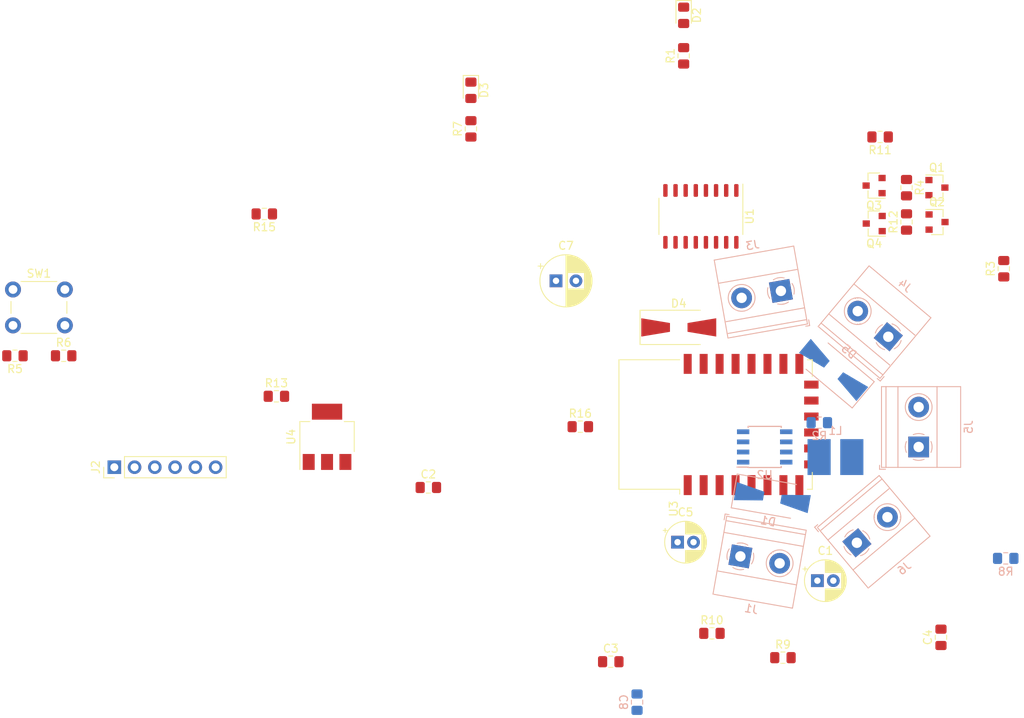
<source format=kicad_pcb>
(kicad_pcb (version 20171130) (host pcbnew "(5.0.2)-1")

  (general
    (thickness 1.6)
    (drawings 1)
    (tracks 0)
    (zones 0)
    (modules 43)
    (nets 50)
  )

  (page A4)
  (layers
    (0 F.Cu signal)
    (31 B.Cu signal)
    (32 B.Adhes user)
    (33 F.Adhes user)
    (34 B.Paste user)
    (35 F.Paste user)
    (36 B.SilkS user)
    (37 F.SilkS user)
    (38 B.Mask user)
    (39 F.Mask user)
    (40 Dwgs.User user)
    (41 Cmts.User user)
    (42 Eco1.User user)
    (43 Eco2.User user)
    (44 Edge.Cuts user)
    (45 Margin user)
    (46 B.CrtYd user)
    (47 F.CrtYd user)
    (48 B.Fab user)
    (49 F.Fab user)
  )

  (setup
    (last_trace_width 0.25)
    (trace_clearance 0.2)
    (zone_clearance 0.508)
    (zone_45_only no)
    (trace_min 0.2)
    (segment_width 0.2)
    (edge_width 0.15)
    (via_size 0.8)
    (via_drill 0.4)
    (via_min_size 0.4)
    (via_min_drill 0.3)
    (uvia_size 0.3)
    (uvia_drill 0.1)
    (uvias_allowed no)
    (uvia_min_size 0.2)
    (uvia_min_drill 0.1)
    (pcb_text_width 0.3)
    (pcb_text_size 1.5 1.5)
    (mod_edge_width 0.15)
    (mod_text_size 1 1)
    (mod_text_width 0.15)
    (pad_size 1.524 1.524)
    (pad_drill 0.762)
    (pad_to_mask_clearance 0.051)
    (solder_mask_min_width 0.25)
    (aux_axis_origin 0 0)
    (visible_elements 7FFFFFFF)
    (pcbplotparams
      (layerselection 0x010fc_ffffffff)
      (usegerberextensions false)
      (usegerberattributes false)
      (usegerberadvancedattributes false)
      (creategerberjobfile false)
      (excludeedgelayer true)
      (linewidth 0.100000)
      (plotframeref false)
      (viasonmask false)
      (mode 1)
      (useauxorigin false)
      (hpglpennumber 1)
      (hpglpenspeed 20)
      (hpglpendiameter 15.000000)
      (psnegative false)
      (psa4output false)
      (plotreference true)
      (plotvalue true)
      (plotinvisibletext false)
      (padsonsilk false)
      (subtractmaskfromsilk false)
      (outputformat 1)
      (mirror false)
      (drillshape 1)
      (scaleselection 1)
      (outputdirectory ""))
  )

  (net 0 "")
  (net 1 GND)
  (net 2 "Net-(C1-Pad1)")
  (net 3 "Net-(C2-Pad2)")
  (net 4 "Net-(C3-Pad2)")
  (net 5 "Net-(C3-Pad1)")
  (net 6 "Net-(C4-Pad1)")
  (net 7 "Net-(C4-Pad2)")
  (net 8 +5V)
  (net 9 +3V3)
  (net 10 GPIO4)
  (net 11 "Net-(D2-Pad2)")
  (net 12 "Net-(D3-Pad2)")
  (net 13 GPIO2)
  (net 14 Output1-)
  (net 15 Output1+)
  (net 16 Output2+)
  (net 17 Output2-)
  (net 18 ESP_TX)
  (net 19 ESP_RX)
  (net 20 ADC)
  (net 21 Sensor)
  (net 22 Input1+)
  (net 23 Input1-)
  (net 24 Input2+)
  (net 25 Input2-)
  (net 26 "Net-(Q1-Pad1)")
  (net 27 "Net-(Q1-Pad2)")
  (net 28 "Net-(Q1-Pad3)")
  (net 29 "Net-(Q3-Pad1)")
  (net 30 "Net-(Q3-Pad2)")
  (net 31 "Net-(Q3-Pad3)")
  (net 32 "Net-(R2-Pad1)")
  (net 33 "Net-(R5-Pad2)")
  (net 34 ESP_RESET)
  (net 35 "Net-(R10-Pad1)")
  (net 36 "Net-(R13-Pad2)")
  (net 37 GPIO12)
  (net 38 "Net-(R15-Pad1)")
  (net 39 "Net-(R16-Pad1)")
  (net 40 GPIO14)
  (net 41 ESP_PROG)
  (net 42 "Net-(U3-Pad4)")
  (net 43 "Net-(U3-Pad7)")
  (net 44 "Net-(U3-Pad9)")
  (net 45 "Net-(U3-Pad10)")
  (net 46 "Net-(U3-Pad11)")
  (net 47 "Net-(U3-Pad12)")
  (net 48 "Net-(U3-Pad13)")
  (net 49 "Net-(U3-Pad14)")

  (net_class Default "This is the default net class."
    (clearance 0.2)
    (trace_width 0.25)
    (via_dia 0.8)
    (via_drill 0.4)
    (uvia_dia 0.3)
    (uvia_drill 0.1)
    (add_net +3V3)
    (add_net +5V)
    (add_net ADC)
    (add_net ESP_PROG)
    (add_net ESP_RESET)
    (add_net ESP_RX)
    (add_net ESP_TX)
    (add_net GND)
    (add_net GPIO12)
    (add_net GPIO14)
    (add_net GPIO2)
    (add_net GPIO4)
    (add_net Input1+)
    (add_net Input1-)
    (add_net Input2+)
    (add_net Input2-)
    (add_net "Net-(C1-Pad1)")
    (add_net "Net-(C2-Pad2)")
    (add_net "Net-(C3-Pad1)")
    (add_net "Net-(C3-Pad2)")
    (add_net "Net-(C4-Pad1)")
    (add_net "Net-(C4-Pad2)")
    (add_net "Net-(D2-Pad2)")
    (add_net "Net-(D3-Pad2)")
    (add_net "Net-(Q1-Pad1)")
    (add_net "Net-(Q1-Pad2)")
    (add_net "Net-(Q1-Pad3)")
    (add_net "Net-(Q3-Pad1)")
    (add_net "Net-(Q3-Pad2)")
    (add_net "Net-(Q3-Pad3)")
    (add_net "Net-(R10-Pad1)")
    (add_net "Net-(R13-Pad2)")
    (add_net "Net-(R15-Pad1)")
    (add_net "Net-(R16-Pad1)")
    (add_net "Net-(R2-Pad1)")
    (add_net "Net-(R5-Pad2)")
    (add_net "Net-(U3-Pad10)")
    (add_net "Net-(U3-Pad11)")
    (add_net "Net-(U3-Pad12)")
    (add_net "Net-(U3-Pad13)")
    (add_net "Net-(U3-Pad14)")
    (add_net "Net-(U3-Pad4)")
    (add_net "Net-(U3-Pad7)")
    (add_net "Net-(U3-Pad9)")
    (add_net Output1+)
    (add_net Output1-)
    (add_net Output2+)
    (add_net Output2-)
    (add_net Sensor)
  )

  (module Capacitor_THT:CP_Radial_D5.0mm_P2.00mm (layer F.Cu) (tedit 5AE50EF0) (tstamp 5CC9B9F9)
    (at 150.622 126.238)
    (descr "CP, Radial series, Radial, pin pitch=2.00mm, , diameter=5mm, Electrolytic Capacitor")
    (tags "CP Radial series Radial pin pitch 2.00mm  diameter 5mm Electrolytic Capacitor")
    (path /5CA4B1B0)
    (fp_text reference C5 (at 1 -3.75) (layer F.SilkS)
      (effects (font (size 1 1) (thickness 0.15)))
    )
    (fp_text value 22u (at 1 3.75) (layer F.Fab)
      (effects (font (size 1 1) (thickness 0.15)))
    )
    (fp_circle (center 1 0) (end 3.5 0) (layer F.Fab) (width 0.1))
    (fp_circle (center 1 0) (end 3.62 0) (layer F.SilkS) (width 0.12))
    (fp_circle (center 1 0) (end 3.75 0) (layer F.CrtYd) (width 0.05))
    (fp_line (start -1.133605 -1.0875) (end -0.633605 -1.0875) (layer F.Fab) (width 0.1))
    (fp_line (start -0.883605 -1.3375) (end -0.883605 -0.8375) (layer F.Fab) (width 0.1))
    (fp_line (start 1 1.04) (end 1 2.58) (layer F.SilkS) (width 0.12))
    (fp_line (start 1 -2.58) (end 1 -1.04) (layer F.SilkS) (width 0.12))
    (fp_line (start 1.04 1.04) (end 1.04 2.58) (layer F.SilkS) (width 0.12))
    (fp_line (start 1.04 -2.58) (end 1.04 -1.04) (layer F.SilkS) (width 0.12))
    (fp_line (start 1.08 -2.579) (end 1.08 -1.04) (layer F.SilkS) (width 0.12))
    (fp_line (start 1.08 1.04) (end 1.08 2.579) (layer F.SilkS) (width 0.12))
    (fp_line (start 1.12 -2.578) (end 1.12 -1.04) (layer F.SilkS) (width 0.12))
    (fp_line (start 1.12 1.04) (end 1.12 2.578) (layer F.SilkS) (width 0.12))
    (fp_line (start 1.16 -2.576) (end 1.16 -1.04) (layer F.SilkS) (width 0.12))
    (fp_line (start 1.16 1.04) (end 1.16 2.576) (layer F.SilkS) (width 0.12))
    (fp_line (start 1.2 -2.573) (end 1.2 -1.04) (layer F.SilkS) (width 0.12))
    (fp_line (start 1.2 1.04) (end 1.2 2.573) (layer F.SilkS) (width 0.12))
    (fp_line (start 1.24 -2.569) (end 1.24 -1.04) (layer F.SilkS) (width 0.12))
    (fp_line (start 1.24 1.04) (end 1.24 2.569) (layer F.SilkS) (width 0.12))
    (fp_line (start 1.28 -2.565) (end 1.28 -1.04) (layer F.SilkS) (width 0.12))
    (fp_line (start 1.28 1.04) (end 1.28 2.565) (layer F.SilkS) (width 0.12))
    (fp_line (start 1.32 -2.561) (end 1.32 -1.04) (layer F.SilkS) (width 0.12))
    (fp_line (start 1.32 1.04) (end 1.32 2.561) (layer F.SilkS) (width 0.12))
    (fp_line (start 1.36 -2.556) (end 1.36 -1.04) (layer F.SilkS) (width 0.12))
    (fp_line (start 1.36 1.04) (end 1.36 2.556) (layer F.SilkS) (width 0.12))
    (fp_line (start 1.4 -2.55) (end 1.4 -1.04) (layer F.SilkS) (width 0.12))
    (fp_line (start 1.4 1.04) (end 1.4 2.55) (layer F.SilkS) (width 0.12))
    (fp_line (start 1.44 -2.543) (end 1.44 -1.04) (layer F.SilkS) (width 0.12))
    (fp_line (start 1.44 1.04) (end 1.44 2.543) (layer F.SilkS) (width 0.12))
    (fp_line (start 1.48 -2.536) (end 1.48 -1.04) (layer F.SilkS) (width 0.12))
    (fp_line (start 1.48 1.04) (end 1.48 2.536) (layer F.SilkS) (width 0.12))
    (fp_line (start 1.52 -2.528) (end 1.52 -1.04) (layer F.SilkS) (width 0.12))
    (fp_line (start 1.52 1.04) (end 1.52 2.528) (layer F.SilkS) (width 0.12))
    (fp_line (start 1.56 -2.52) (end 1.56 -1.04) (layer F.SilkS) (width 0.12))
    (fp_line (start 1.56 1.04) (end 1.56 2.52) (layer F.SilkS) (width 0.12))
    (fp_line (start 1.6 -2.511) (end 1.6 -1.04) (layer F.SilkS) (width 0.12))
    (fp_line (start 1.6 1.04) (end 1.6 2.511) (layer F.SilkS) (width 0.12))
    (fp_line (start 1.64 -2.501) (end 1.64 -1.04) (layer F.SilkS) (width 0.12))
    (fp_line (start 1.64 1.04) (end 1.64 2.501) (layer F.SilkS) (width 0.12))
    (fp_line (start 1.68 -2.491) (end 1.68 -1.04) (layer F.SilkS) (width 0.12))
    (fp_line (start 1.68 1.04) (end 1.68 2.491) (layer F.SilkS) (width 0.12))
    (fp_line (start 1.721 -2.48) (end 1.721 -1.04) (layer F.SilkS) (width 0.12))
    (fp_line (start 1.721 1.04) (end 1.721 2.48) (layer F.SilkS) (width 0.12))
    (fp_line (start 1.761 -2.468) (end 1.761 -1.04) (layer F.SilkS) (width 0.12))
    (fp_line (start 1.761 1.04) (end 1.761 2.468) (layer F.SilkS) (width 0.12))
    (fp_line (start 1.801 -2.455) (end 1.801 -1.04) (layer F.SilkS) (width 0.12))
    (fp_line (start 1.801 1.04) (end 1.801 2.455) (layer F.SilkS) (width 0.12))
    (fp_line (start 1.841 -2.442) (end 1.841 -1.04) (layer F.SilkS) (width 0.12))
    (fp_line (start 1.841 1.04) (end 1.841 2.442) (layer F.SilkS) (width 0.12))
    (fp_line (start 1.881 -2.428) (end 1.881 -1.04) (layer F.SilkS) (width 0.12))
    (fp_line (start 1.881 1.04) (end 1.881 2.428) (layer F.SilkS) (width 0.12))
    (fp_line (start 1.921 -2.414) (end 1.921 -1.04) (layer F.SilkS) (width 0.12))
    (fp_line (start 1.921 1.04) (end 1.921 2.414) (layer F.SilkS) (width 0.12))
    (fp_line (start 1.961 -2.398) (end 1.961 -1.04) (layer F.SilkS) (width 0.12))
    (fp_line (start 1.961 1.04) (end 1.961 2.398) (layer F.SilkS) (width 0.12))
    (fp_line (start 2.001 -2.382) (end 2.001 -1.04) (layer F.SilkS) (width 0.12))
    (fp_line (start 2.001 1.04) (end 2.001 2.382) (layer F.SilkS) (width 0.12))
    (fp_line (start 2.041 -2.365) (end 2.041 -1.04) (layer F.SilkS) (width 0.12))
    (fp_line (start 2.041 1.04) (end 2.041 2.365) (layer F.SilkS) (width 0.12))
    (fp_line (start 2.081 -2.348) (end 2.081 -1.04) (layer F.SilkS) (width 0.12))
    (fp_line (start 2.081 1.04) (end 2.081 2.348) (layer F.SilkS) (width 0.12))
    (fp_line (start 2.121 -2.329) (end 2.121 -1.04) (layer F.SilkS) (width 0.12))
    (fp_line (start 2.121 1.04) (end 2.121 2.329) (layer F.SilkS) (width 0.12))
    (fp_line (start 2.161 -2.31) (end 2.161 -1.04) (layer F.SilkS) (width 0.12))
    (fp_line (start 2.161 1.04) (end 2.161 2.31) (layer F.SilkS) (width 0.12))
    (fp_line (start 2.201 -2.29) (end 2.201 -1.04) (layer F.SilkS) (width 0.12))
    (fp_line (start 2.201 1.04) (end 2.201 2.29) (layer F.SilkS) (width 0.12))
    (fp_line (start 2.241 -2.268) (end 2.241 -1.04) (layer F.SilkS) (width 0.12))
    (fp_line (start 2.241 1.04) (end 2.241 2.268) (layer F.SilkS) (width 0.12))
    (fp_line (start 2.281 -2.247) (end 2.281 -1.04) (layer F.SilkS) (width 0.12))
    (fp_line (start 2.281 1.04) (end 2.281 2.247) (layer F.SilkS) (width 0.12))
    (fp_line (start 2.321 -2.224) (end 2.321 -1.04) (layer F.SilkS) (width 0.12))
    (fp_line (start 2.321 1.04) (end 2.321 2.224) (layer F.SilkS) (width 0.12))
    (fp_line (start 2.361 -2.2) (end 2.361 -1.04) (layer F.SilkS) (width 0.12))
    (fp_line (start 2.361 1.04) (end 2.361 2.2) (layer F.SilkS) (width 0.12))
    (fp_line (start 2.401 -2.175) (end 2.401 -1.04) (layer F.SilkS) (width 0.12))
    (fp_line (start 2.401 1.04) (end 2.401 2.175) (layer F.SilkS) (width 0.12))
    (fp_line (start 2.441 -2.149) (end 2.441 -1.04) (layer F.SilkS) (width 0.12))
    (fp_line (start 2.441 1.04) (end 2.441 2.149) (layer F.SilkS) (width 0.12))
    (fp_line (start 2.481 -2.122) (end 2.481 -1.04) (layer F.SilkS) (width 0.12))
    (fp_line (start 2.481 1.04) (end 2.481 2.122) (layer F.SilkS) (width 0.12))
    (fp_line (start 2.521 -2.095) (end 2.521 -1.04) (layer F.SilkS) (width 0.12))
    (fp_line (start 2.521 1.04) (end 2.521 2.095) (layer F.SilkS) (width 0.12))
    (fp_line (start 2.561 -2.065) (end 2.561 -1.04) (layer F.SilkS) (width 0.12))
    (fp_line (start 2.561 1.04) (end 2.561 2.065) (layer F.SilkS) (width 0.12))
    (fp_line (start 2.601 -2.035) (end 2.601 -1.04) (layer F.SilkS) (width 0.12))
    (fp_line (start 2.601 1.04) (end 2.601 2.035) (layer F.SilkS) (width 0.12))
    (fp_line (start 2.641 -2.004) (end 2.641 -1.04) (layer F.SilkS) (width 0.12))
    (fp_line (start 2.641 1.04) (end 2.641 2.004) (layer F.SilkS) (width 0.12))
    (fp_line (start 2.681 -1.971) (end 2.681 -1.04) (layer F.SilkS) (width 0.12))
    (fp_line (start 2.681 1.04) (end 2.681 1.971) (layer F.SilkS) (width 0.12))
    (fp_line (start 2.721 -1.937) (end 2.721 -1.04) (layer F.SilkS) (width 0.12))
    (fp_line (start 2.721 1.04) (end 2.721 1.937) (layer F.SilkS) (width 0.12))
    (fp_line (start 2.761 -1.901) (end 2.761 -1.04) (layer F.SilkS) (width 0.12))
    (fp_line (start 2.761 1.04) (end 2.761 1.901) (layer F.SilkS) (width 0.12))
    (fp_line (start 2.801 -1.864) (end 2.801 -1.04) (layer F.SilkS) (width 0.12))
    (fp_line (start 2.801 1.04) (end 2.801 1.864) (layer F.SilkS) (width 0.12))
    (fp_line (start 2.841 -1.826) (end 2.841 -1.04) (layer F.SilkS) (width 0.12))
    (fp_line (start 2.841 1.04) (end 2.841 1.826) (layer F.SilkS) (width 0.12))
    (fp_line (start 2.881 -1.785) (end 2.881 -1.04) (layer F.SilkS) (width 0.12))
    (fp_line (start 2.881 1.04) (end 2.881 1.785) (layer F.SilkS) (width 0.12))
    (fp_line (start 2.921 -1.743) (end 2.921 -1.04) (layer F.SilkS) (width 0.12))
    (fp_line (start 2.921 1.04) (end 2.921 1.743) (layer F.SilkS) (width 0.12))
    (fp_line (start 2.961 -1.699) (end 2.961 -1.04) (layer F.SilkS) (width 0.12))
    (fp_line (start 2.961 1.04) (end 2.961 1.699) (layer F.SilkS) (width 0.12))
    (fp_line (start 3.001 -1.653) (end 3.001 -1.04) (layer F.SilkS) (width 0.12))
    (fp_line (start 3.001 1.04) (end 3.001 1.653) (layer F.SilkS) (width 0.12))
    (fp_line (start 3.041 -1.605) (end 3.041 1.605) (layer F.SilkS) (width 0.12))
    (fp_line (start 3.081 -1.554) (end 3.081 1.554) (layer F.SilkS) (width 0.12))
    (fp_line (start 3.121 -1.5) (end 3.121 1.5) (layer F.SilkS) (width 0.12))
    (fp_line (start 3.161 -1.443) (end 3.161 1.443) (layer F.SilkS) (width 0.12))
    (fp_line (start 3.201 -1.383) (end 3.201 1.383) (layer F.SilkS) (width 0.12))
    (fp_line (start 3.241 -1.319) (end 3.241 1.319) (layer F.SilkS) (width 0.12))
    (fp_line (start 3.281 -1.251) (end 3.281 1.251) (layer F.SilkS) (width 0.12))
    (fp_line (start 3.321 -1.178) (end 3.321 1.178) (layer F.SilkS) (width 0.12))
    (fp_line (start 3.361 -1.098) (end 3.361 1.098) (layer F.SilkS) (width 0.12))
    (fp_line (start 3.401 -1.011) (end 3.401 1.011) (layer F.SilkS) (width 0.12))
    (fp_line (start 3.441 -0.915) (end 3.441 0.915) (layer F.SilkS) (width 0.12))
    (fp_line (start 3.481 -0.805) (end 3.481 0.805) (layer F.SilkS) (width 0.12))
    (fp_line (start 3.521 -0.677) (end 3.521 0.677) (layer F.SilkS) (width 0.12))
    (fp_line (start 3.561 -0.518) (end 3.561 0.518) (layer F.SilkS) (width 0.12))
    (fp_line (start 3.601 -0.284) (end 3.601 0.284) (layer F.SilkS) (width 0.12))
    (fp_line (start -1.804775 -1.475) (end -1.304775 -1.475) (layer F.SilkS) (width 0.12))
    (fp_line (start -1.554775 -1.725) (end -1.554775 -1.225) (layer F.SilkS) (width 0.12))
    (fp_text user %R (at 1 0) (layer F.Fab)
      (effects (font (size 1 1) (thickness 0.15)))
    )
    (pad 1 thru_hole rect (at 0 0) (size 1.6 1.6) (drill 0.8) (layers *.Cu *.Mask)
      (net 8 +5V))
    (pad 2 thru_hole circle (at 2 0) (size 1.6 1.6) (drill 0.8) (layers *.Cu *.Mask)
      (net 1 GND))
    (model ${KISYS3DMOD}/Capacitor_THT.3dshapes/CP_Radial_D5.0mm_P2.00mm.wrl
      (at (xyz 0 0 0))
      (scale (xyz 1 1 1))
      (rotate (xyz 0 0 0))
    )
  )

  (module Capacitor_THT:CP_Radial_D6.3mm_P2.50mm (layer F.Cu) (tedit 5AE50EF0) (tstamp 5CC9BA8D)
    (at 135.382 93.472)
    (descr "CP, Radial series, Radial, pin pitch=2.50mm, , diameter=6.3mm, Electrolytic Capacitor")
    (tags "CP Radial series Radial pin pitch 2.50mm  diameter 6.3mm Electrolytic Capacitor")
    (path /5CA29640)
    (fp_text reference C7 (at 1.25 -4.4) (layer F.SilkS)
      (effects (font (size 1 1) (thickness 0.15)))
    )
    (fp_text value 220u (at 1.25 4.4) (layer F.Fab)
      (effects (font (size 1 1) (thickness 0.15)))
    )
    (fp_circle (center 1.25 0) (end 4.4 0) (layer F.Fab) (width 0.1))
    (fp_circle (center 1.25 0) (end 4.52 0) (layer F.SilkS) (width 0.12))
    (fp_circle (center 1.25 0) (end 4.65 0) (layer F.CrtYd) (width 0.05))
    (fp_line (start -1.443972 -1.3735) (end -0.813972 -1.3735) (layer F.Fab) (width 0.1))
    (fp_line (start -1.128972 -1.6885) (end -1.128972 -1.0585) (layer F.Fab) (width 0.1))
    (fp_line (start 1.25 -3.23) (end 1.25 3.23) (layer F.SilkS) (width 0.12))
    (fp_line (start 1.29 -3.23) (end 1.29 3.23) (layer F.SilkS) (width 0.12))
    (fp_line (start 1.33 -3.23) (end 1.33 3.23) (layer F.SilkS) (width 0.12))
    (fp_line (start 1.37 -3.228) (end 1.37 3.228) (layer F.SilkS) (width 0.12))
    (fp_line (start 1.41 -3.227) (end 1.41 3.227) (layer F.SilkS) (width 0.12))
    (fp_line (start 1.45 -3.224) (end 1.45 3.224) (layer F.SilkS) (width 0.12))
    (fp_line (start 1.49 -3.222) (end 1.49 -1.04) (layer F.SilkS) (width 0.12))
    (fp_line (start 1.49 1.04) (end 1.49 3.222) (layer F.SilkS) (width 0.12))
    (fp_line (start 1.53 -3.218) (end 1.53 -1.04) (layer F.SilkS) (width 0.12))
    (fp_line (start 1.53 1.04) (end 1.53 3.218) (layer F.SilkS) (width 0.12))
    (fp_line (start 1.57 -3.215) (end 1.57 -1.04) (layer F.SilkS) (width 0.12))
    (fp_line (start 1.57 1.04) (end 1.57 3.215) (layer F.SilkS) (width 0.12))
    (fp_line (start 1.61 -3.211) (end 1.61 -1.04) (layer F.SilkS) (width 0.12))
    (fp_line (start 1.61 1.04) (end 1.61 3.211) (layer F.SilkS) (width 0.12))
    (fp_line (start 1.65 -3.206) (end 1.65 -1.04) (layer F.SilkS) (width 0.12))
    (fp_line (start 1.65 1.04) (end 1.65 3.206) (layer F.SilkS) (width 0.12))
    (fp_line (start 1.69 -3.201) (end 1.69 -1.04) (layer F.SilkS) (width 0.12))
    (fp_line (start 1.69 1.04) (end 1.69 3.201) (layer F.SilkS) (width 0.12))
    (fp_line (start 1.73 -3.195) (end 1.73 -1.04) (layer F.SilkS) (width 0.12))
    (fp_line (start 1.73 1.04) (end 1.73 3.195) (layer F.SilkS) (width 0.12))
    (fp_line (start 1.77 -3.189) (end 1.77 -1.04) (layer F.SilkS) (width 0.12))
    (fp_line (start 1.77 1.04) (end 1.77 3.189) (layer F.SilkS) (width 0.12))
    (fp_line (start 1.81 -3.182) (end 1.81 -1.04) (layer F.SilkS) (width 0.12))
    (fp_line (start 1.81 1.04) (end 1.81 3.182) (layer F.SilkS) (width 0.12))
    (fp_line (start 1.85 -3.175) (end 1.85 -1.04) (layer F.SilkS) (width 0.12))
    (fp_line (start 1.85 1.04) (end 1.85 3.175) (layer F.SilkS) (width 0.12))
    (fp_line (start 1.89 -3.167) (end 1.89 -1.04) (layer F.SilkS) (width 0.12))
    (fp_line (start 1.89 1.04) (end 1.89 3.167) (layer F.SilkS) (width 0.12))
    (fp_line (start 1.93 -3.159) (end 1.93 -1.04) (layer F.SilkS) (width 0.12))
    (fp_line (start 1.93 1.04) (end 1.93 3.159) (layer F.SilkS) (width 0.12))
    (fp_line (start 1.971 -3.15) (end 1.971 -1.04) (layer F.SilkS) (width 0.12))
    (fp_line (start 1.971 1.04) (end 1.971 3.15) (layer F.SilkS) (width 0.12))
    (fp_line (start 2.011 -3.141) (end 2.011 -1.04) (layer F.SilkS) (width 0.12))
    (fp_line (start 2.011 1.04) (end 2.011 3.141) (layer F.SilkS) (width 0.12))
    (fp_line (start 2.051 -3.131) (end 2.051 -1.04) (layer F.SilkS) (width 0.12))
    (fp_line (start 2.051 1.04) (end 2.051 3.131) (layer F.SilkS) (width 0.12))
    (fp_line (start 2.091 -3.121) (end 2.091 -1.04) (layer F.SilkS) (width 0.12))
    (fp_line (start 2.091 1.04) (end 2.091 3.121) (layer F.SilkS) (width 0.12))
    (fp_line (start 2.131 -3.11) (end 2.131 -1.04) (layer F.SilkS) (width 0.12))
    (fp_line (start 2.131 1.04) (end 2.131 3.11) (layer F.SilkS) (width 0.12))
    (fp_line (start 2.171 -3.098) (end 2.171 -1.04) (layer F.SilkS) (width 0.12))
    (fp_line (start 2.171 1.04) (end 2.171 3.098) (layer F.SilkS) (width 0.12))
    (fp_line (start 2.211 -3.086) (end 2.211 -1.04) (layer F.SilkS) (width 0.12))
    (fp_line (start 2.211 1.04) (end 2.211 3.086) (layer F.SilkS) (width 0.12))
    (fp_line (start 2.251 -3.074) (end 2.251 -1.04) (layer F.SilkS) (width 0.12))
    (fp_line (start 2.251 1.04) (end 2.251 3.074) (layer F.SilkS) (width 0.12))
    (fp_line (start 2.291 -3.061) (end 2.291 -1.04) (layer F.SilkS) (width 0.12))
    (fp_line (start 2.291 1.04) (end 2.291 3.061) (layer F.SilkS) (width 0.12))
    (fp_line (start 2.331 -3.047) (end 2.331 -1.04) (layer F.SilkS) (width 0.12))
    (fp_line (start 2.331 1.04) (end 2.331 3.047) (layer F.SilkS) (width 0.12))
    (fp_line (start 2.371 -3.033) (end 2.371 -1.04) (layer F.SilkS) (width 0.12))
    (fp_line (start 2.371 1.04) (end 2.371 3.033) (layer F.SilkS) (width 0.12))
    (fp_line (start 2.411 -3.018) (end 2.411 -1.04) (layer F.SilkS) (width 0.12))
    (fp_line (start 2.411 1.04) (end 2.411 3.018) (layer F.SilkS) (width 0.12))
    (fp_line (start 2.451 -3.002) (end 2.451 -1.04) (layer F.SilkS) (width 0.12))
    (fp_line (start 2.451 1.04) (end 2.451 3.002) (layer F.SilkS) (width 0.12))
    (fp_line (start 2.491 -2.986) (end 2.491 -1.04) (layer F.SilkS) (width 0.12))
    (fp_line (start 2.491 1.04) (end 2.491 2.986) (layer F.SilkS) (width 0.12))
    (fp_line (start 2.531 -2.97) (end 2.531 -1.04) (layer F.SilkS) (width 0.12))
    (fp_line (start 2.531 1.04) (end 2.531 2.97) (layer F.SilkS) (width 0.12))
    (fp_line (start 2.571 -2.952) (end 2.571 -1.04) (layer F.SilkS) (width 0.12))
    (fp_line (start 2.571 1.04) (end 2.571 2.952) (layer F.SilkS) (width 0.12))
    (fp_line (start 2.611 -2.934) (end 2.611 -1.04) (layer F.SilkS) (width 0.12))
    (fp_line (start 2.611 1.04) (end 2.611 2.934) (layer F.SilkS) (width 0.12))
    (fp_line (start 2.651 -2.916) (end 2.651 -1.04) (layer F.SilkS) (width 0.12))
    (fp_line (start 2.651 1.04) (end 2.651 2.916) (layer F.SilkS) (width 0.12))
    (fp_line (start 2.691 -2.896) (end 2.691 -1.04) (layer F.SilkS) (width 0.12))
    (fp_line (start 2.691 1.04) (end 2.691 2.896) (layer F.SilkS) (width 0.12))
    (fp_line (start 2.731 -2.876) (end 2.731 -1.04) (layer F.SilkS) (width 0.12))
    (fp_line (start 2.731 1.04) (end 2.731 2.876) (layer F.SilkS) (width 0.12))
    (fp_line (start 2.771 -2.856) (end 2.771 -1.04) (layer F.SilkS) (width 0.12))
    (fp_line (start 2.771 1.04) (end 2.771 2.856) (layer F.SilkS) (width 0.12))
    (fp_line (start 2.811 -2.834) (end 2.811 -1.04) (layer F.SilkS) (width 0.12))
    (fp_line (start 2.811 1.04) (end 2.811 2.834) (layer F.SilkS) (width 0.12))
    (fp_line (start 2.851 -2.812) (end 2.851 -1.04) (layer F.SilkS) (width 0.12))
    (fp_line (start 2.851 1.04) (end 2.851 2.812) (layer F.SilkS) (width 0.12))
    (fp_line (start 2.891 -2.79) (end 2.891 -1.04) (layer F.SilkS) (width 0.12))
    (fp_line (start 2.891 1.04) (end 2.891 2.79) (layer F.SilkS) (width 0.12))
    (fp_line (start 2.931 -2.766) (end 2.931 -1.04) (layer F.SilkS) (width 0.12))
    (fp_line (start 2.931 1.04) (end 2.931 2.766) (layer F.SilkS) (width 0.12))
    (fp_line (start 2.971 -2.742) (end 2.971 -1.04) (layer F.SilkS) (width 0.12))
    (fp_line (start 2.971 1.04) (end 2.971 2.742) (layer F.SilkS) (width 0.12))
    (fp_line (start 3.011 -2.716) (end 3.011 -1.04) (layer F.SilkS) (width 0.12))
    (fp_line (start 3.011 1.04) (end 3.011 2.716) (layer F.SilkS) (width 0.12))
    (fp_line (start 3.051 -2.69) (end 3.051 -1.04) (layer F.SilkS) (width 0.12))
    (fp_line (start 3.051 1.04) (end 3.051 2.69) (layer F.SilkS) (width 0.12))
    (fp_line (start 3.091 -2.664) (end 3.091 -1.04) (layer F.SilkS) (width 0.12))
    (fp_line (start 3.091 1.04) (end 3.091 2.664) (layer F.SilkS) (width 0.12))
    (fp_line (start 3.131 -2.636) (end 3.131 -1.04) (layer F.SilkS) (width 0.12))
    (fp_line (start 3.131 1.04) (end 3.131 2.636) (layer F.SilkS) (width 0.12))
    (fp_line (start 3.171 -2.607) (end 3.171 -1.04) (layer F.SilkS) (width 0.12))
    (fp_line (start 3.171 1.04) (end 3.171 2.607) (layer F.SilkS) (width 0.12))
    (fp_line (start 3.211 -2.578) (end 3.211 -1.04) (layer F.SilkS) (width 0.12))
    (fp_line (start 3.211 1.04) (end 3.211 2.578) (layer F.SilkS) (width 0.12))
    (fp_line (start 3.251 -2.548) (end 3.251 -1.04) (layer F.SilkS) (width 0.12))
    (fp_line (start 3.251 1.04) (end 3.251 2.548) (layer F.SilkS) (width 0.12))
    (fp_line (start 3.291 -2.516) (end 3.291 -1.04) (layer F.SilkS) (width 0.12))
    (fp_line (start 3.291 1.04) (end 3.291 2.516) (layer F.SilkS) (width 0.12))
    (fp_line (start 3.331 -2.484) (end 3.331 -1.04) (layer F.SilkS) (width 0.12))
    (fp_line (start 3.331 1.04) (end 3.331 2.484) (layer F.SilkS) (width 0.12))
    (fp_line (start 3.371 -2.45) (end 3.371 -1.04) (layer F.SilkS) (width 0.12))
    (fp_line (start 3.371 1.04) (end 3.371 2.45) (layer F.SilkS) (width 0.12))
    (fp_line (start 3.411 -2.416) (end 3.411 -1.04) (layer F.SilkS) (width 0.12))
    (fp_line (start 3.411 1.04) (end 3.411 2.416) (layer F.SilkS) (width 0.12))
    (fp_line (start 3.451 -2.38) (end 3.451 -1.04) (layer F.SilkS) (width 0.12))
    (fp_line (start 3.451 1.04) (end 3.451 2.38) (layer F.SilkS) (width 0.12))
    (fp_line (start 3.491 -2.343) (end 3.491 -1.04) (layer F.SilkS) (width 0.12))
    (fp_line (start 3.491 1.04) (end 3.491 2.343) (layer F.SilkS) (width 0.12))
    (fp_line (start 3.531 -2.305) (end 3.531 -1.04) (layer F.SilkS) (width 0.12))
    (fp_line (start 3.531 1.04) (end 3.531 2.305) (layer F.SilkS) (width 0.12))
    (fp_line (start 3.571 -2.265) (end 3.571 2.265) (layer F.SilkS) (width 0.12))
    (fp_line (start 3.611 -2.224) (end 3.611 2.224) (layer F.SilkS) (width 0.12))
    (fp_line (start 3.651 -2.182) (end 3.651 2.182) (layer F.SilkS) (width 0.12))
    (fp_line (start 3.691 -2.137) (end 3.691 2.137) (layer F.SilkS) (width 0.12))
    (fp_line (start 3.731 -2.092) (end 3.731 2.092) (layer F.SilkS) (width 0.12))
    (fp_line (start 3.771 -2.044) (end 3.771 2.044) (layer F.SilkS) (width 0.12))
    (fp_line (start 3.811 -1.995) (end 3.811 1.995) (layer F.SilkS) (width 0.12))
    (fp_line (start 3.851 -1.944) (end 3.851 1.944) (layer F.SilkS) (width 0.12))
    (fp_line (start 3.891 -1.89) (end 3.891 1.89) (layer F.SilkS) (width 0.12))
    (fp_line (start 3.931 -1.834) (end 3.931 1.834) (layer F.SilkS) (width 0.12))
    (fp_line (start 3.971 -1.776) (end 3.971 1.776) (layer F.SilkS) (width 0.12))
    (fp_line (start 4.011 -1.714) (end 4.011 1.714) (layer F.SilkS) (width 0.12))
    (fp_line (start 4.051 -1.65) (end 4.051 1.65) (layer F.SilkS) (width 0.12))
    (fp_line (start 4.091 -1.581) (end 4.091 1.581) (layer F.SilkS) (width 0.12))
    (fp_line (start 4.131 -1.509) (end 4.131 1.509) (layer F.SilkS) (width 0.12))
    (fp_line (start 4.171 -1.432) (end 4.171 1.432) (layer F.SilkS) (width 0.12))
    (fp_line (start 4.211 -1.35) (end 4.211 1.35) (layer F.SilkS) (width 0.12))
    (fp_line (start 4.251 -1.262) (end 4.251 1.262) (layer F.SilkS) (width 0.12))
    (fp_line (start 4.291 -1.165) (end 4.291 1.165) (layer F.SilkS) (width 0.12))
    (fp_line (start 4.331 -1.059) (end 4.331 1.059) (layer F.SilkS) (width 0.12))
    (fp_line (start 4.371 -0.94) (end 4.371 0.94) (layer F.SilkS) (width 0.12))
    (fp_line (start 4.411 -0.802) (end 4.411 0.802) (layer F.SilkS) (width 0.12))
    (fp_line (start 4.451 -0.633) (end 4.451 0.633) (layer F.SilkS) (width 0.12))
    (fp_line (start 4.491 -0.402) (end 4.491 0.402) (layer F.SilkS) (width 0.12))
    (fp_line (start -2.250241 -1.839) (end -1.620241 -1.839) (layer F.SilkS) (width 0.12))
    (fp_line (start -1.935241 -2.154) (end -1.935241 -1.524) (layer F.SilkS) (width 0.12))
    (fp_text user %R (at 1.25 0) (layer F.Fab)
      (effects (font (size 1 1) (thickness 0.15)))
    )
    (pad 1 thru_hole rect (at 0 0) (size 1.6 1.6) (drill 0.8) (layers *.Cu *.Mask)
      (net 9 +3V3))
    (pad 2 thru_hole circle (at 2.5 0) (size 1.6 1.6) (drill 0.8) (layers *.Cu *.Mask)
      (net 1 GND))
    (model ${KISYS3DMOD}/Capacitor_THT.3dshapes/CP_Radial_D6.3mm_P2.50mm.wrl
      (at (xyz 0 0 0))
      (scale (xyz 1 1 1))
      (rotate (xyz 0 0 0))
    )
  )

  (module Diode_SMD:D_SMA-SMB_Universal_Handsoldering (layer B.Cu) (tedit 5864381A) (tstamp 5CC9BABC)
    (at 162.498058 120.65442 350)
    (descr "Diode, Universal, SMA (DO-214AC) or SMB (DO-214AA), Handsoldering,")
    (tags "Diode Universal SMA (DO-214AC) SMB (DO-214AA) Handsoldering ")
    (path /5CB285CC)
    (attr smd)
    (fp_text reference D1 (at 0 3 350) (layer B.SilkS)
      (effects (font (size 1 1) (thickness 0.15)) (justify mirror))
    )
    (fp_text value SMBJ33CA (at 0 -3.1 350) (layer B.Fab)
      (effects (font (size 1 1) (thickness 0.15)) (justify mirror))
    )
    (fp_text user %R (at 0 3 350) (layer B.Fab)
      (effects (font (size 1 1) (thickness 0.15)) (justify mirror))
    )
    (fp_line (start -4.85 2.15) (end -4.85 -2.15) (layer B.SilkS) (width 0.12))
    (fp_line (start 2.3 -2) (end -2.3 -2) (layer B.Fab) (width 0.1))
    (fp_line (start -2.3 -2) (end -2.3 2) (layer B.Fab) (width 0.1))
    (fp_line (start 2.3 2) (end 2.3 -2) (layer B.Fab) (width 0.1))
    (fp_line (start 2.3 2) (end -2.3 2) (layer B.Fab) (width 0.1))
    (fp_line (start 2.3 -1.5) (end -2.3 -1.5) (layer B.Fab) (width 0.1))
    (fp_line (start -2.3 -1.5) (end -2.3 1.5) (layer B.Fab) (width 0.1))
    (fp_line (start 2.3 1.5) (end 2.3 -1.5) (layer B.Fab) (width 0.1))
    (fp_line (start 2.3 1.5) (end -2.3 1.5) (layer B.Fab) (width 0.1))
    (fp_line (start -4.95 2.25) (end 4.95 2.25) (layer B.CrtYd) (width 0.05))
    (fp_line (start 4.95 2.25) (end 4.95 -2.25) (layer B.CrtYd) (width 0.05))
    (fp_line (start 4.95 -2.25) (end -4.95 -2.25) (layer B.CrtYd) (width 0.05))
    (fp_line (start -4.95 -2.25) (end -4.95 2.25) (layer B.CrtYd) (width 0.05))
    (fp_line (start -0.64944 -0.00102) (end -1.55114 -0.00102) (layer B.Fab) (width 0.1))
    (fp_line (start 0.50118 -0.00102) (end 1.4994 -0.00102) (layer B.Fab) (width 0.1))
    (fp_line (start -0.64944 0.79908) (end -0.64944 -0.80112) (layer B.Fab) (width 0.1))
    (fp_line (start 0.50118 -0.75032) (end 0.50118 0.79908) (layer B.Fab) (width 0.1))
    (fp_line (start -0.64944 -0.00102) (end 0.50118 -0.75032) (layer B.Fab) (width 0.1))
    (fp_line (start -0.64944 -0.00102) (end 0.50118 0.79908) (layer B.Fab) (width 0.1))
    (fp_line (start -4.85 -2.15) (end 2.7 -2.15) (layer B.SilkS) (width 0.12))
    (fp_line (start -4.85 2.15) (end 2.7 2.15) (layer B.SilkS) (width 0.12))
    (pad 1 smd trapezoid (at -2.9 0 350) (size 3.6 1.7) (rect_delta 0.6 0 ) (layers B.Cu B.Paste B.Mask)
      (net 2 "Net-(C1-Pad1)"))
    (pad 2 smd trapezoid (at 2.9 0 170) (size 3.6 1.7) (rect_delta 0.6 0 ) (layers B.Cu B.Paste B.Mask)
      (net 1 GND))
    (model ${KISYS3DMOD}/Diode_SMD.3dshapes/D_SMB.wrl
      (at (xyz 0 0 0))
      (scale (xyz 1 1 1))
      (rotate (xyz 0 0 0))
    )
  )

  (module LED_SMD:LED_0805_2012Metric_Pad1.15x1.40mm_HandSolder (layer F.Cu) (tedit 5B4B45C9) (tstamp 5CC9BACF)
    (at 151.384 60.189 270)
    (descr "LED SMD 0805 (2012 Metric), square (rectangular) end terminal, IPC_7351 nominal, (Body size source: https://docs.google.com/spreadsheets/d/1BsfQQcO9C6DZCsRaXUlFlo91Tg2WpOkGARC1WS5S8t0/edit?usp=sharing), generated with kicad-footprint-generator")
    (tags "LED handsolder")
    (path /5CBD31C7)
    (attr smd)
    (fp_text reference D2 (at 0 -1.65 270) (layer F.SilkS)
      (effects (font (size 1 1) (thickness 0.15)))
    )
    (fp_text value LED (at 0 1.65 270) (layer F.Fab)
      (effects (font (size 1 1) (thickness 0.15)))
    )
    (fp_line (start 1 -0.6) (end -0.7 -0.6) (layer F.Fab) (width 0.1))
    (fp_line (start -0.7 -0.6) (end -1 -0.3) (layer F.Fab) (width 0.1))
    (fp_line (start -1 -0.3) (end -1 0.6) (layer F.Fab) (width 0.1))
    (fp_line (start -1 0.6) (end 1 0.6) (layer F.Fab) (width 0.1))
    (fp_line (start 1 0.6) (end 1 -0.6) (layer F.Fab) (width 0.1))
    (fp_line (start 1 -0.96) (end -1.86 -0.96) (layer F.SilkS) (width 0.12))
    (fp_line (start -1.86 -0.96) (end -1.86 0.96) (layer F.SilkS) (width 0.12))
    (fp_line (start -1.86 0.96) (end 1 0.96) (layer F.SilkS) (width 0.12))
    (fp_line (start -1.85 0.95) (end -1.85 -0.95) (layer F.CrtYd) (width 0.05))
    (fp_line (start -1.85 -0.95) (end 1.85 -0.95) (layer F.CrtYd) (width 0.05))
    (fp_line (start 1.85 -0.95) (end 1.85 0.95) (layer F.CrtYd) (width 0.05))
    (fp_line (start 1.85 0.95) (end -1.85 0.95) (layer F.CrtYd) (width 0.05))
    (fp_text user %R (at 0 0 270) (layer F.Fab)
      (effects (font (size 0.5 0.5) (thickness 0.08)))
    )
    (pad 1 smd roundrect (at -1.025 0 270) (size 1.15 1.4) (layers F.Cu F.Paste F.Mask) (roundrect_rratio 0.217391)
      (net 10 GPIO4))
    (pad 2 smd roundrect (at 1.025 0 270) (size 1.15 1.4) (layers F.Cu F.Paste F.Mask) (roundrect_rratio 0.217391)
      (net 11 "Net-(D2-Pad2)"))
    (model ${KISYS3DMOD}/LED_SMD.3dshapes/LED_0805_2012Metric.wrl
      (at (xyz 0 0 0))
      (scale (xyz 1 1 1))
      (rotate (xyz 0 0 0))
    )
  )

  (module LED_SMD:LED_0805_2012Metric_Pad1.15x1.40mm_HandSolder (layer F.Cu) (tedit 5B4B45C9) (tstamp 5CC9BAE2)
    (at 124.714 69.587 270)
    (descr "LED SMD 0805 (2012 Metric), square (rectangular) end terminal, IPC_7351 nominal, (Body size source: https://docs.google.com/spreadsheets/d/1BsfQQcO9C6DZCsRaXUlFlo91Tg2WpOkGARC1WS5S8t0/edit?usp=sharing), generated with kicad-footprint-generator")
    (tags "LED handsolder")
    (path /5CBA12EA)
    (attr smd)
    (fp_text reference D3 (at 0 -1.65 270) (layer F.SilkS)
      (effects (font (size 1 1) (thickness 0.15)))
    )
    (fp_text value LED (at 0 1.65 270) (layer F.Fab)
      (effects (font (size 1 1) (thickness 0.15)))
    )
    (fp_text user %R (at -0.7 -0.6 270) (layer F.Fab)
      (effects (font (size 0.5 0.5) (thickness 0.08)))
    )
    (fp_line (start 1.85 0.95) (end -1.85 0.95) (layer F.CrtYd) (width 0.05))
    (fp_line (start 1.85 -0.95) (end 1.85 0.95) (layer F.CrtYd) (width 0.05))
    (fp_line (start -1.85 -0.95) (end 1.85 -0.95) (layer F.CrtYd) (width 0.05))
    (fp_line (start -1.85 0.95) (end -1.85 -0.95) (layer F.CrtYd) (width 0.05))
    (fp_line (start -1.86 0.96) (end 1 0.96) (layer F.SilkS) (width 0.12))
    (fp_line (start -1.86 -0.96) (end -1.86 0.96) (layer F.SilkS) (width 0.12))
    (fp_line (start 1 -0.96) (end -1.86 -0.96) (layer F.SilkS) (width 0.12))
    (fp_line (start 1 0.6) (end 1 -0.6) (layer F.Fab) (width 0.1))
    (fp_line (start -1 0.6) (end 1 0.6) (layer F.Fab) (width 0.1))
    (fp_line (start -1 -0.3) (end -1 0.6) (layer F.Fab) (width 0.1))
    (fp_line (start -0.7 -0.6) (end -1 -0.3) (layer F.Fab) (width 0.1))
    (fp_line (start 1 -0.6) (end -0.7 -0.6) (layer F.Fab) (width 0.1))
    (pad 2 smd roundrect (at 1.025 0 270) (size 1.15 1.4) (layers F.Cu F.Paste F.Mask) (roundrect_rratio 0.217391)
      (net 12 "Net-(D3-Pad2)"))
    (pad 1 smd roundrect (at -1.025 0 270) (size 1.15 1.4) (layers F.Cu F.Paste F.Mask) (roundrect_rratio 0.217391)
      (net 13 GPIO2))
    (model ${KISYS3DMOD}/LED_SMD.3dshapes/LED_0805_2012Metric.wrl
      (at (xyz 0 0 0))
      (scale (xyz 1 1 1))
      (rotate (xyz 0 0 0))
    )
  )

  (module Diode_SMD:D_SMA-SMB_Universal_Handsoldering (layer F.Cu) (tedit 5864381A) (tstamp 5CC9BAFE)
    (at 150.77 99.314)
    (descr "Diode, Universal, SMA (DO-214AC) or SMB (DO-214AA), Handsoldering,")
    (tags "Diode Universal SMA (DO-214AC) SMB (DO-214AA) Handsoldering ")
    (path /5CC23599)
    (attr smd)
    (fp_text reference D4 (at 0 -3) (layer F.SilkS)
      (effects (font (size 1 1) (thickness 0.15)))
    )
    (fp_text value SMBJ33CA (at 0 3.1) (layer F.Fab)
      (effects (font (size 1 1) (thickness 0.15)))
    )
    (fp_line (start -4.85 -2.15) (end 2.7 -2.15) (layer F.SilkS) (width 0.12))
    (fp_line (start -4.85 2.15) (end 2.7 2.15) (layer F.SilkS) (width 0.12))
    (fp_line (start -0.64944 0.00102) (end 0.50118 -0.79908) (layer F.Fab) (width 0.1))
    (fp_line (start -0.64944 0.00102) (end 0.50118 0.75032) (layer F.Fab) (width 0.1))
    (fp_line (start 0.50118 0.75032) (end 0.50118 -0.79908) (layer F.Fab) (width 0.1))
    (fp_line (start -0.64944 -0.79908) (end -0.64944 0.80112) (layer F.Fab) (width 0.1))
    (fp_line (start 0.50118 0.00102) (end 1.4994 0.00102) (layer F.Fab) (width 0.1))
    (fp_line (start -0.64944 0.00102) (end -1.55114 0.00102) (layer F.Fab) (width 0.1))
    (fp_line (start -4.95 2.25) (end -4.95 -2.25) (layer F.CrtYd) (width 0.05))
    (fp_line (start 4.95 2.25) (end -4.95 2.25) (layer F.CrtYd) (width 0.05))
    (fp_line (start 4.95 -2.25) (end 4.95 2.25) (layer F.CrtYd) (width 0.05))
    (fp_line (start -4.95 -2.25) (end 4.95 -2.25) (layer F.CrtYd) (width 0.05))
    (fp_line (start 2.3 -1.5) (end -2.3 -1.5) (layer F.Fab) (width 0.1))
    (fp_line (start 2.3 -1.5) (end 2.3 1.5) (layer F.Fab) (width 0.1))
    (fp_line (start -2.3 1.5) (end -2.3 -1.5) (layer F.Fab) (width 0.1))
    (fp_line (start 2.3 1.5) (end -2.3 1.5) (layer F.Fab) (width 0.1))
    (fp_line (start 2.3 -2) (end -2.3 -2) (layer F.Fab) (width 0.1))
    (fp_line (start 2.3 -2) (end 2.3 2) (layer F.Fab) (width 0.1))
    (fp_line (start -2.3 2) (end -2.3 -2) (layer F.Fab) (width 0.1))
    (fp_line (start 2.3 2) (end -2.3 2) (layer F.Fab) (width 0.1))
    (fp_line (start -4.85 -2.15) (end -4.85 2.15) (layer F.SilkS) (width 0.12))
    (fp_text user %R (at 0 -3) (layer F.Fab)
      (effects (font (size 1 1) (thickness 0.15)))
    )
    (pad 2 smd trapezoid (at 2.9 0 180) (size 3.6 1.7) (rect_delta 0.6 0 ) (layers F.Cu F.Paste F.Mask)
      (net 14 Output1-))
    (pad 1 smd trapezoid (at -2.9 0) (size 3.6 1.7) (rect_delta 0.6 0 ) (layers F.Cu F.Paste F.Mask)
      (net 15 Output1+))
    (model ${KISYS3DMOD}/Diode_SMD.3dshapes/D_SMB.wrl
      (at (xyz 0 0 0))
      (scale (xyz 1 1 1))
      (rotate (xyz 0 0 0))
    )
  )

  (module Diode_SMD:D_SMA-SMB_Universal_Handsoldering (layer B.Cu) (tedit 5864381A) (tstamp 5CC9BB1A)
    (at 170.18 104.648 140)
    (descr "Diode, Universal, SMA (DO-214AC) or SMB (DO-214AA), Handsoldering,")
    (tags "Diode Universal SMA (DO-214AC) SMB (DO-214AA) Handsoldering ")
    (path /5CCA1C35)
    (attr smd)
    (fp_text reference D5 (at 0 3 140) (layer B.SilkS)
      (effects (font (size 1 1) (thickness 0.15)) (justify mirror))
    )
    (fp_text value SMBJ33CA (at 0 -3.1 140) (layer B.Fab)
      (effects (font (size 1 1) (thickness 0.15)) (justify mirror))
    )
    (fp_text user %R (at 0 3 140) (layer B.Fab)
      (effects (font (size 1 1) (thickness 0.15)) (justify mirror))
    )
    (fp_line (start -4.85 2.15) (end -4.85 -2.15) (layer B.SilkS) (width 0.12))
    (fp_line (start 2.3 -2) (end -2.3 -2) (layer B.Fab) (width 0.1))
    (fp_line (start -2.3 -2) (end -2.3 2) (layer B.Fab) (width 0.1))
    (fp_line (start 2.3 2) (end 2.3 -2) (layer B.Fab) (width 0.1))
    (fp_line (start 2.3 2) (end -2.3 2) (layer B.Fab) (width 0.1))
    (fp_line (start 2.3 -1.5) (end -2.3 -1.5) (layer B.Fab) (width 0.1))
    (fp_line (start -2.3 -1.5) (end -2.3 1.5) (layer B.Fab) (width 0.1))
    (fp_line (start 2.3 1.5) (end 2.3 -1.5) (layer B.Fab) (width 0.1))
    (fp_line (start 2.3 1.5) (end -2.3 1.5) (layer B.Fab) (width 0.1))
    (fp_line (start -4.95 2.25) (end 4.95 2.25) (layer B.CrtYd) (width 0.05))
    (fp_line (start 4.95 2.25) (end 4.95 -2.25) (layer B.CrtYd) (width 0.05))
    (fp_line (start 4.95 -2.25) (end -4.95 -2.25) (layer B.CrtYd) (width 0.05))
    (fp_line (start -4.95 -2.25) (end -4.95 2.25) (layer B.CrtYd) (width 0.05))
    (fp_line (start -0.64944 -0.00102) (end -1.55114 -0.00102) (layer B.Fab) (width 0.1))
    (fp_line (start 0.50118 -0.00102) (end 1.4994 -0.00102) (layer B.Fab) (width 0.1))
    (fp_line (start -0.64944 0.79908) (end -0.64944 -0.80112) (layer B.Fab) (width 0.1))
    (fp_line (start 0.50118 -0.75032) (end 0.50118 0.79908) (layer B.Fab) (width 0.1))
    (fp_line (start -0.64944 -0.00102) (end 0.50118 -0.75032) (layer B.Fab) (width 0.1))
    (fp_line (start -0.64944 -0.00102) (end 0.50118 0.79908) (layer B.Fab) (width 0.1))
    (fp_line (start -4.85 -2.15) (end 2.7 -2.15) (layer B.SilkS) (width 0.12))
    (fp_line (start -4.85 2.15) (end 2.7 2.15) (layer B.SilkS) (width 0.12))
    (pad 1 smd trapezoid (at -2.9 0 140) (size 3.6 1.7) (rect_delta 0.6 0 ) (layers B.Cu B.Paste B.Mask)
      (net 16 Output2+))
    (pad 2 smd trapezoid (at 2.9 0 320) (size 3.6 1.7) (rect_delta 0.6 0 ) (layers B.Cu B.Paste B.Mask)
      (net 17 Output2-))
    (model ${KISYS3DMOD}/Diode_SMD.3dshapes/D_SMB.wrl
      (at (xyz 0 0 0))
      (scale (xyz 1 1 1))
      (rotate (xyz 0 0 0))
    )
  )

  (module TerminalBlock_Phoenix:TerminalBlock_Phoenix_MKDS-1,5-2_1x02_P5.00mm_Horizontal (layer B.Cu) (tedit 5B294EE5) (tstamp 5CC9BB59)
    (at 158.496 128.016 350)
    (descr "Terminal Block Phoenix MKDS-1,5-2, 2 pins, pitch 5mm, size 10x9.8mm^2, drill diamater 1.3mm, pad diameter 2.6mm, see http://www.farnell.com/datasheets/100425.pdf, script-generated using https://github.com/pointhi/kicad-footprint-generator/scripts/TerminalBlock_Phoenix")
    (tags "THT Terminal Block Phoenix MKDS-1,5-2 pitch 5mm size 10x9.8mm^2 drill 1.3mm pad 2.6mm")
    (path /5C9C4474)
    (fp_text reference J1 (at 2.5 6.26 350) (layer B.SilkS)
      (effects (font (size 1 1) (thickness 0.15)) (justify mirror))
    )
    (fp_text value "Power 5V-24V" (at 2.5 -5.66 350) (layer B.Fab)
      (effects (font (size 1 1) (thickness 0.15)) (justify mirror))
    )
    (fp_arc (start 0 0) (end 0 -1.68) (angle 24) (layer B.SilkS) (width 0.12))
    (fp_arc (start 0 0) (end 1.535 -0.684) (angle 48) (layer B.SilkS) (width 0.12))
    (fp_arc (start 0 0) (end 0.684 1.535) (angle 48) (layer B.SilkS) (width 0.12))
    (fp_arc (start 0 0) (end -1.535 0.684) (angle 48) (layer B.SilkS) (width 0.12))
    (fp_arc (start 0 0) (end -0.684 -1.535) (angle 25) (layer B.SilkS) (width 0.12))
    (fp_circle (center 0 0) (end 1.5 0) (layer B.Fab) (width 0.1))
    (fp_circle (center 5 0) (end 6.5 0) (layer B.Fab) (width 0.1))
    (fp_circle (center 5 0) (end 6.68 0) (layer B.SilkS) (width 0.12))
    (fp_line (start -2.5 5.2) (end 7.5 5.2) (layer B.Fab) (width 0.1))
    (fp_line (start 7.5 5.2) (end 7.5 -4.6) (layer B.Fab) (width 0.1))
    (fp_line (start 7.5 -4.6) (end -2 -4.6) (layer B.Fab) (width 0.1))
    (fp_line (start -2 -4.6) (end -2.5 -4.1) (layer B.Fab) (width 0.1))
    (fp_line (start -2.5 -4.1) (end -2.5 5.2) (layer B.Fab) (width 0.1))
    (fp_line (start -2.5 -4.1) (end 7.5 -4.1) (layer B.Fab) (width 0.1))
    (fp_line (start -2.56 -4.1) (end 7.56 -4.1) (layer B.SilkS) (width 0.12))
    (fp_line (start -2.5 -2.6) (end 7.5 -2.6) (layer B.Fab) (width 0.1))
    (fp_line (start -2.56 -2.6) (end 7.56 -2.6) (layer B.SilkS) (width 0.12))
    (fp_line (start -2.5 2.3) (end 7.5 2.3) (layer B.Fab) (width 0.1))
    (fp_line (start -2.56 2.301) (end 7.56 2.301) (layer B.SilkS) (width 0.12))
    (fp_line (start -2.56 5.261) (end 7.56 5.261) (layer B.SilkS) (width 0.12))
    (fp_line (start -2.56 -4.66) (end 7.56 -4.66) (layer B.SilkS) (width 0.12))
    (fp_line (start -2.56 5.261) (end -2.56 -4.66) (layer B.SilkS) (width 0.12))
    (fp_line (start 7.56 5.261) (end 7.56 -4.66) (layer B.SilkS) (width 0.12))
    (fp_line (start 1.138 0.955) (end -0.955 -1.138) (layer B.Fab) (width 0.1))
    (fp_line (start 0.955 1.138) (end -1.138 -0.955) (layer B.Fab) (width 0.1))
    (fp_line (start 6.138 0.955) (end 4.046 -1.138) (layer B.Fab) (width 0.1))
    (fp_line (start 5.955 1.138) (end 3.863 -0.955) (layer B.Fab) (width 0.1))
    (fp_line (start 6.275 1.069) (end 6.228 1.023) (layer B.SilkS) (width 0.12))
    (fp_line (start 3.966 -1.239) (end 3.931 -1.274) (layer B.SilkS) (width 0.12))
    (fp_line (start 6.07 1.275) (end 6.035 1.239) (layer B.SilkS) (width 0.12))
    (fp_line (start 3.773 -1.023) (end 3.726 -1.069) (layer B.SilkS) (width 0.12))
    (fp_line (start -2.8 -4.16) (end -2.8 -4.9) (layer B.SilkS) (width 0.12))
    (fp_line (start -2.8 -4.9) (end -2.3 -4.9) (layer B.SilkS) (width 0.12))
    (fp_line (start -3 5.71) (end -3 -5.1) (layer B.CrtYd) (width 0.05))
    (fp_line (start -3 -5.1) (end 8 -5.1) (layer B.CrtYd) (width 0.05))
    (fp_line (start 8 -5.1) (end 8 5.71) (layer B.CrtYd) (width 0.05))
    (fp_line (start 8 5.71) (end -3 5.71) (layer B.CrtYd) (width 0.05))
    (fp_text user %R (at 2.5 -3.2 350) (layer B.Fab)
      (effects (font (size 1 1) (thickness 0.15)) (justify mirror))
    )
    (pad 1 thru_hole rect (at 0 0 350) (size 2.6 2.6) (drill 1.3) (layers *.Cu *.Mask)
      (net 2 "Net-(C1-Pad1)"))
    (pad 2 thru_hole circle (at 5 0 350) (size 2.6 2.6) (drill 1.3) (layers *.Cu *.Mask)
      (net 1 GND))
    (model ${KISYS3DMOD}/TerminalBlock_Phoenix.3dshapes/TerminalBlock_Phoenix_MKDS-1,5-2_1x02_P5.00mm_Horizontal.wrl
      (at (xyz 0 0 0))
      (scale (xyz 1 1 1))
      (rotate (xyz 0 0 0))
    )
  )

  (module Connector_PinHeader_2.54mm:PinHeader_1x06_P2.54mm_Vertical (layer F.Cu) (tedit 59FED5CC) (tstamp 5CC9BB73)
    (at 80.01 116.84 90)
    (descr "Through hole straight pin header, 1x06, 2.54mm pitch, single row")
    (tags "Through hole pin header THT 1x06 2.54mm single row")
    (path /5C9C4277)
    (fp_text reference J2 (at 0 -2.33 90) (layer F.SilkS)
      (effects (font (size 1 1) (thickness 0.15)))
    )
    (fp_text value "Prog IO" (at 0 15.03 90) (layer F.Fab)
      (effects (font (size 1 1) (thickness 0.15)))
    )
    (fp_line (start -0.635 -1.27) (end 1.27 -1.27) (layer F.Fab) (width 0.1))
    (fp_line (start 1.27 -1.27) (end 1.27 13.97) (layer F.Fab) (width 0.1))
    (fp_line (start 1.27 13.97) (end -1.27 13.97) (layer F.Fab) (width 0.1))
    (fp_line (start -1.27 13.97) (end -1.27 -0.635) (layer F.Fab) (width 0.1))
    (fp_line (start -1.27 -0.635) (end -0.635 -1.27) (layer F.Fab) (width 0.1))
    (fp_line (start -1.33 14.03) (end 1.33 14.03) (layer F.SilkS) (width 0.12))
    (fp_line (start -1.33 1.27) (end -1.33 14.03) (layer F.SilkS) (width 0.12))
    (fp_line (start 1.33 1.27) (end 1.33 14.03) (layer F.SilkS) (width 0.12))
    (fp_line (start -1.33 1.27) (end 1.33 1.27) (layer F.SilkS) (width 0.12))
    (fp_line (start -1.33 0) (end -1.33 -1.33) (layer F.SilkS) (width 0.12))
    (fp_line (start -1.33 -1.33) (end 0 -1.33) (layer F.SilkS) (width 0.12))
    (fp_line (start -1.8 -1.8) (end -1.8 14.5) (layer F.CrtYd) (width 0.05))
    (fp_line (start -1.8 14.5) (end 1.8 14.5) (layer F.CrtYd) (width 0.05))
    (fp_line (start 1.8 14.5) (end 1.8 -1.8) (layer F.CrtYd) (width 0.05))
    (fp_line (start 1.8 -1.8) (end -1.8 -1.8) (layer F.CrtYd) (width 0.05))
    (fp_text user %R (at 0 6.35 180) (layer F.Fab)
      (effects (font (size 1 1) (thickness 0.15)))
    )
    (pad 1 thru_hole rect (at 0 0 90) (size 1.7 1.7) (drill 1) (layers *.Cu *.Mask)
      (net 9 +3V3))
    (pad 2 thru_hole oval (at 0 2.54 90) (size 1.7 1.7) (drill 1) (layers *.Cu *.Mask)
      (net 18 ESP_TX))
    (pad 3 thru_hole oval (at 0 5.08 90) (size 1.7 1.7) (drill 1) (layers *.Cu *.Mask)
      (net 19 ESP_RX))
    (pad 4 thru_hole oval (at 0 7.62 90) (size 1.7 1.7) (drill 1) (layers *.Cu *.Mask)
      (net 20 ADC))
    (pad 5 thru_hole oval (at 0 10.16 90) (size 1.7 1.7) (drill 1) (layers *.Cu *.Mask)
      (net 41 ESP_PROG))
    (pad 6 thru_hole oval (at 0 12.7 90) (size 1.7 1.7) (drill 1) (layers *.Cu *.Mask)
      (net 1 GND))
    (model ${KISYS3DMOD}/Connector_PinHeader_2.54mm.3dshapes/PinHeader_1x06_P2.54mm_Vertical.wrl
      (at (xyz 0 0 0))
      (scale (xyz 1 1 1))
      (rotate (xyz 0 0 0))
    )
  )

  (module ReST-Library:CD43 (layer B.Cu) (tedit 576EFCBC) (tstamp 5CC9BBE1)
    (at 170.416 115.57 90)
    (path /5CA3D8FE)
    (fp_text reference L1 (at 3.3 0) (layer B.SilkS)
      (effects (font (size 1 1) (thickness 0.15)) (justify mirror))
    )
    (fp_text value 10uH (at 0 4.35 90) (layer B.Fab)
      (effects (font (size 1 1) (thickness 0.15)) (justify mirror))
    )
    (fp_line (start 2.25 1.05) (end 2.25 -1.05) (layer F.Paste) (width 0.2))
    (fp_line (start -2.25 1.05) (end -2.25 -1.05) (layer F.Paste) (width 0.2))
    (fp_arc (start 0 0) (end -2.25 1.05) (angle -90) (layer F.Paste) (width 0.2))
    (fp_arc (start 0 0) (end -1.05 2.25) (angle -90) (layer F.Paste) (width 0.2))
    (fp_arc (start 0 0) (end 2.25 -1.05) (angle -90) (layer F.Paste) (width 0.2))
    (fp_arc (start 0 0) (end 1.05 -2.25) (angle -90) (layer F.Paste) (width 0.2))
    (pad 1 smd rect (at 0 2.05 90) (size 4.5 2.9) (layers B.Cu B.Paste B.Mask)
      (net 5 "Net-(C3-Pad1)"))
    (pad 2 smd rect (at 0 -2.05 90) (size 4.5 2.9) (layers B.Cu B.Paste B.Mask)
      (net 8 +5V))
  )

  (module Package_TO_SOT_SMD:SOT-23 (layer F.Cu) (tedit 5A02FF57) (tstamp 5CC9BBF6)
    (at 183.134 81.788)
    (descr "SOT-23, Standard")
    (tags SOT-23)
    (path /5CBD318F)
    (attr smd)
    (fp_text reference Q1 (at 0 -2.5) (layer F.SilkS)
      (effects (font (size 1 1) (thickness 0.15)))
    )
    (fp_text value BC817 (at 0 2.5) (layer F.Fab)
      (effects (font (size 1 1) (thickness 0.15)))
    )
    (fp_text user %R (at 0 0 90) (layer F.Fab)
      (effects (font (size 0.5 0.5) (thickness 0.075)))
    )
    (fp_line (start -0.7 -0.95) (end -0.7 1.5) (layer F.Fab) (width 0.1))
    (fp_line (start -0.15 -1.52) (end 0.7 -1.52) (layer F.Fab) (width 0.1))
    (fp_line (start -0.7 -0.95) (end -0.15 -1.52) (layer F.Fab) (width 0.1))
    (fp_line (start 0.7 -1.52) (end 0.7 1.52) (layer F.Fab) (width 0.1))
    (fp_line (start -0.7 1.52) (end 0.7 1.52) (layer F.Fab) (width 0.1))
    (fp_line (start 0.76 1.58) (end 0.76 0.65) (layer F.SilkS) (width 0.12))
    (fp_line (start 0.76 -1.58) (end 0.76 -0.65) (layer F.SilkS) (width 0.12))
    (fp_line (start -1.7 -1.75) (end 1.7 -1.75) (layer F.CrtYd) (width 0.05))
    (fp_line (start 1.7 -1.75) (end 1.7 1.75) (layer F.CrtYd) (width 0.05))
    (fp_line (start 1.7 1.75) (end -1.7 1.75) (layer F.CrtYd) (width 0.05))
    (fp_line (start -1.7 1.75) (end -1.7 -1.75) (layer F.CrtYd) (width 0.05))
    (fp_line (start 0.76 -1.58) (end -1.4 -1.58) (layer F.SilkS) (width 0.12))
    (fp_line (start 0.76 1.58) (end -0.7 1.58) (layer F.SilkS) (width 0.12))
    (pad 1 smd rect (at -1 -0.95) (size 0.9 0.8) (layers F.Cu F.Paste F.Mask)
      (net 26 "Net-(Q1-Pad1)"))
    (pad 2 smd rect (at -1 0.95) (size 0.9 0.8) (layers F.Cu F.Paste F.Mask)
      (net 27 "Net-(Q1-Pad2)"))
    (pad 3 smd rect (at 1 0) (size 0.9 0.8) (layers F.Cu F.Paste F.Mask)
      (net 28 "Net-(Q1-Pad3)"))
    (model ${KISYS3DMOD}/Package_TO_SOT_SMD.3dshapes/SOT-23.wrl
      (at (xyz 0 0 0))
      (scale (xyz 1 1 1))
      (rotate (xyz 0 0 0))
    )
  )

  (module Package_TO_SOT_SMD:SOT-23 (layer F.Cu) (tedit 5A02FF57) (tstamp 5CC9BC0B)
    (at 183.15 86.106)
    (descr "SOT-23, Standard")
    (tags SOT-23)
    (path /5CBD3196)
    (attr smd)
    (fp_text reference Q2 (at 0 -2.5) (layer F.SilkS)
      (effects (font (size 1 1) (thickness 0.15)))
    )
    (fp_text value BC817 (at 0 2.5) (layer F.Fab)
      (effects (font (size 1 1) (thickness 0.15)))
    )
    (fp_line (start 0.76 1.58) (end -0.7 1.58) (layer F.SilkS) (width 0.12))
    (fp_line (start 0.76 -1.58) (end -1.4 -1.58) (layer F.SilkS) (width 0.12))
    (fp_line (start -1.7 1.75) (end -1.7 -1.75) (layer F.CrtYd) (width 0.05))
    (fp_line (start 1.7 1.75) (end -1.7 1.75) (layer F.CrtYd) (width 0.05))
    (fp_line (start 1.7 -1.75) (end 1.7 1.75) (layer F.CrtYd) (width 0.05))
    (fp_line (start -1.7 -1.75) (end 1.7 -1.75) (layer F.CrtYd) (width 0.05))
    (fp_line (start 0.76 -1.58) (end 0.76 -0.65) (layer F.SilkS) (width 0.12))
    (fp_line (start 0.76 1.58) (end 0.76 0.65) (layer F.SilkS) (width 0.12))
    (fp_line (start -0.7 1.52) (end 0.7 1.52) (layer F.Fab) (width 0.1))
    (fp_line (start 0.7 -1.52) (end 0.7 1.52) (layer F.Fab) (width 0.1))
    (fp_line (start -0.7 -0.95) (end -0.15 -1.52) (layer F.Fab) (width 0.1))
    (fp_line (start -0.15 -1.52) (end 0.7 -1.52) (layer F.Fab) (width 0.1))
    (fp_line (start -0.7 -0.95) (end -0.7 1.5) (layer F.Fab) (width 0.1))
    (fp_text user %R (at 0 0 90) (layer F.Fab)
      (effects (font (size 0.5 0.5) (thickness 0.075)))
    )
    (pad 3 smd rect (at 1 0) (size 0.9 0.8) (layers F.Cu F.Paste F.Mask)
      (net 24 Input2+))
    (pad 2 smd rect (at -1 0.95) (size 0.9 0.8) (layers F.Cu F.Paste F.Mask)
      (net 26 "Net-(Q1-Pad1)"))
    (pad 1 smd rect (at -1 -0.95) (size 0.9 0.8) (layers F.Cu F.Paste F.Mask)
      (net 28 "Net-(Q1-Pad3)"))
    (model ${KISYS3DMOD}/Package_TO_SOT_SMD.3dshapes/SOT-23.wrl
      (at (xyz 0 0 0))
      (scale (xyz 1 1 1))
      (rotate (xyz 0 0 0))
    )
  )

  (module Package_TO_SOT_SMD:SOT-23 (layer F.Cu) (tedit 5A02FF57) (tstamp 5CC9BC20)
    (at 175.26 81.534 180)
    (descr "SOT-23, Standard")
    (tags SOT-23)
    (path /5CB6787C)
    (attr smd)
    (fp_text reference Q3 (at 0 -2.5 180) (layer F.SilkS)
      (effects (font (size 1 1) (thickness 0.15)))
    )
    (fp_text value BC817 (at 0 2.5 180) (layer F.Fab)
      (effects (font (size 1 1) (thickness 0.15)))
    )
    (fp_text user %R (at 0 0 270) (layer F.Fab)
      (effects (font (size 0.5 0.5) (thickness 0.075)))
    )
    (fp_line (start -0.7 -0.95) (end -0.7 1.5) (layer F.Fab) (width 0.1))
    (fp_line (start -0.15 -1.52) (end 0.7 -1.52) (layer F.Fab) (width 0.1))
    (fp_line (start -0.7 -0.95) (end -0.15 -1.52) (layer F.Fab) (width 0.1))
    (fp_line (start 0.7 -1.52) (end 0.7 1.52) (layer F.Fab) (width 0.1))
    (fp_line (start -0.7 1.52) (end 0.7 1.52) (layer F.Fab) (width 0.1))
    (fp_line (start 0.76 1.58) (end 0.76 0.65) (layer F.SilkS) (width 0.12))
    (fp_line (start 0.76 -1.58) (end 0.76 -0.65) (layer F.SilkS) (width 0.12))
    (fp_line (start -1.7 -1.75) (end 1.7 -1.75) (layer F.CrtYd) (width 0.05))
    (fp_line (start 1.7 -1.75) (end 1.7 1.75) (layer F.CrtYd) (width 0.05))
    (fp_line (start 1.7 1.75) (end -1.7 1.75) (layer F.CrtYd) (width 0.05))
    (fp_line (start -1.7 1.75) (end -1.7 -1.75) (layer F.CrtYd) (width 0.05))
    (fp_line (start 0.76 -1.58) (end -1.4 -1.58) (layer F.SilkS) (width 0.12))
    (fp_line (start 0.76 1.58) (end -0.7 1.58) (layer F.SilkS) (width 0.12))
    (pad 1 smd rect (at -1 -0.95 180) (size 0.9 0.8) (layers F.Cu F.Paste F.Mask)
      (net 29 "Net-(Q3-Pad1)"))
    (pad 2 smd rect (at -1 0.95 180) (size 0.9 0.8) (layers F.Cu F.Paste F.Mask)
      (net 30 "Net-(Q3-Pad2)"))
    (pad 3 smd rect (at 1 0 180) (size 0.9 0.8) (layers F.Cu F.Paste F.Mask)
      (net 31 "Net-(Q3-Pad3)"))
    (model ${KISYS3DMOD}/Package_TO_SOT_SMD.3dshapes/SOT-23.wrl
      (at (xyz 0 0 0))
      (scale (xyz 1 1 1))
      (rotate (xyz 0 0 0))
    )
  )

  (module Package_TO_SOT_SMD:SOT-23 (layer F.Cu) (tedit 5A02FF57) (tstamp 5CC9BC35)
    (at 175.276 86.294 180)
    (descr "SOT-23, Standard")
    (tags SOT-23)
    (path /5CB6A0A1)
    (attr smd)
    (fp_text reference Q4 (at 0 -2.5 180) (layer F.SilkS)
      (effects (font (size 1 1) (thickness 0.15)))
    )
    (fp_text value BC817 (at 0 2.5 180) (layer F.Fab)
      (effects (font (size 1 1) (thickness 0.15)))
    )
    (fp_line (start 0.76 1.58) (end -0.7 1.58) (layer F.SilkS) (width 0.12))
    (fp_line (start 0.76 -1.58) (end -1.4 -1.58) (layer F.SilkS) (width 0.12))
    (fp_line (start -1.7 1.75) (end -1.7 -1.75) (layer F.CrtYd) (width 0.05))
    (fp_line (start 1.7 1.75) (end -1.7 1.75) (layer F.CrtYd) (width 0.05))
    (fp_line (start 1.7 -1.75) (end 1.7 1.75) (layer F.CrtYd) (width 0.05))
    (fp_line (start -1.7 -1.75) (end 1.7 -1.75) (layer F.CrtYd) (width 0.05))
    (fp_line (start 0.76 -1.58) (end 0.76 -0.65) (layer F.SilkS) (width 0.12))
    (fp_line (start 0.76 1.58) (end 0.76 0.65) (layer F.SilkS) (width 0.12))
    (fp_line (start -0.7 1.52) (end 0.7 1.52) (layer F.Fab) (width 0.1))
    (fp_line (start 0.7 -1.52) (end 0.7 1.52) (layer F.Fab) (width 0.1))
    (fp_line (start -0.7 -0.95) (end -0.15 -1.52) (layer F.Fab) (width 0.1))
    (fp_line (start -0.15 -1.52) (end 0.7 -1.52) (layer F.Fab) (width 0.1))
    (fp_line (start -0.7 -0.95) (end -0.7 1.5) (layer F.Fab) (width 0.1))
    (fp_text user %R (at 0 0 270) (layer F.Fab)
      (effects (font (size 0.5 0.5) (thickness 0.075)))
    )
    (pad 3 smd rect (at 1 0 180) (size 0.9 0.8) (layers F.Cu F.Paste F.Mask)
      (net 22 Input1+))
    (pad 2 smd rect (at -1 0.95 180) (size 0.9 0.8) (layers F.Cu F.Paste F.Mask)
      (net 29 "Net-(Q3-Pad1)"))
    (pad 1 smd rect (at -1 -0.95 180) (size 0.9 0.8) (layers F.Cu F.Paste F.Mask)
      (net 31 "Net-(Q3-Pad3)"))
    (model ${KISYS3DMOD}/Package_TO_SOT_SMD.3dshapes/SOT-23.wrl
      (at (xyz 0 0 0))
      (scale (xyz 1 1 1))
      (rotate (xyz 0 0 0))
    )
  )

  (module Resistor_SMD:R_0805_2012Metric_Pad1.15x1.40mm_HandSolder (layer F.Cu) (tedit 5B36C52B) (tstamp 5CC9BC46)
    (at 151.384 65.269 90)
    (descr "Resistor SMD 0805 (2012 Metric), square (rectangular) end terminal, IPC_7351 nominal with elongated pad for handsoldering. (Body size source: https://docs.google.com/spreadsheets/d/1BsfQQcO9C6DZCsRaXUlFlo91Tg2WpOkGARC1WS5S8t0/edit?usp=sharing), generated with kicad-footprint-generator")
    (tags "resistor handsolder")
    (path /5CBD31CF)
    (attr smd)
    (fp_text reference R1 (at 0 -1.65 90) (layer F.SilkS)
      (effects (font (size 1 1) (thickness 0.15)))
    )
    (fp_text value 1k (at 0 1.65 90) (layer F.Fab)
      (effects (font (size 1 1) (thickness 0.15)))
    )
    (fp_line (start -1 0.6) (end -1 -0.6) (layer F.Fab) (width 0.1))
    (fp_line (start -1 -0.6) (end 1 -0.6) (layer F.Fab) (width 0.1))
    (fp_line (start 1 -0.6) (end 1 0.6) (layer F.Fab) (width 0.1))
    (fp_line (start 1 0.6) (end -1 0.6) (layer F.Fab) (width 0.1))
    (fp_line (start -0.261252 -0.71) (end 0.261252 -0.71) (layer F.SilkS) (width 0.12))
    (fp_line (start -0.261252 0.71) (end 0.261252 0.71) (layer F.SilkS) (width 0.12))
    (fp_line (start -1.85 0.95) (end -1.85 -0.95) (layer F.CrtYd) (width 0.05))
    (fp_line (start -1.85 -0.95) (end 1.85 -0.95) (layer F.CrtYd) (width 0.05))
    (fp_line (start 1.85 -0.95) (end 1.85 0.95) (layer F.CrtYd) (width 0.05))
    (fp_line (start 1.85 0.95) (end -1.85 0.95) (layer F.CrtYd) (width 0.05))
    (fp_text user %R (at 0 0 90) (layer F.Fab)
      (effects (font (size 0.5 0.5) (thickness 0.08)))
    )
    (pad 1 smd roundrect (at -1.025 0 90) (size 1.15 1.4) (layers F.Cu F.Paste F.Mask) (roundrect_rratio 0.217391)
      (net 9 +3V3))
    (pad 2 smd roundrect (at 1.025 0 90) (size 1.15 1.4) (layers F.Cu F.Paste F.Mask) (roundrect_rratio 0.217391)
      (net 11 "Net-(D2-Pad2)"))
    (model ${KISYS3DMOD}/Resistor_SMD.3dshapes/R_0805_2012Metric.wrl
      (at (xyz 0 0 0))
      (scale (xyz 1 1 1))
      (rotate (xyz 0 0 0))
    )
  )

  (module Resistor_SMD:R_0805_2012Metric_Pad1.15x1.40mm_HandSolder (layer B.Cu) (tedit 5B36C52B) (tstamp 5CC9BC57)
    (at 168.393 111.252)
    (descr "Resistor SMD 0805 (2012 Metric), square (rectangular) end terminal, IPC_7351 nominal with elongated pad for handsoldering. (Body size source: https://docs.google.com/spreadsheets/d/1BsfQQcO9C6DZCsRaXUlFlo91Tg2WpOkGARC1WS5S8t0/edit?usp=sharing), generated with kicad-footprint-generator")
    (tags "resistor handsolder")
    (path /5CA3D971)
    (attr smd)
    (fp_text reference R2 (at 0 1.65) (layer B.SilkS)
      (effects (font (size 1 1) (thickness 0.15)) (justify mirror))
    )
    (fp_text value 100K (at 0 -1.65) (layer B.Fab)
      (effects (font (size 1 1) (thickness 0.15)) (justify mirror))
    )
    (fp_text user %R (at 0 0) (layer B.Fab)
      (effects (font (size 0.5 0.5) (thickness 0.08)) (justify mirror))
    )
    (fp_line (start 1.85 -0.95) (end -1.85 -0.95) (layer B.CrtYd) (width 0.05))
    (fp_line (start 1.85 0.95) (end 1.85 -0.95) (layer B.CrtYd) (width 0.05))
    (fp_line (start -1.85 0.95) (end 1.85 0.95) (layer B.CrtYd) (width 0.05))
    (fp_line (start -1.85 -0.95) (end -1.85 0.95) (layer B.CrtYd) (width 0.05))
    (fp_line (start -0.261252 -0.71) (end 0.261252 -0.71) (layer B.SilkS) (width 0.12))
    (fp_line (start -0.261252 0.71) (end 0.261252 0.71) (layer B.SilkS) (width 0.12))
    (fp_line (start 1 -0.6) (end -1 -0.6) (layer B.Fab) (width 0.1))
    (fp_line (start 1 0.6) (end 1 -0.6) (layer B.Fab) (width 0.1))
    (fp_line (start -1 0.6) (end 1 0.6) (layer B.Fab) (width 0.1))
    (fp_line (start -1 -0.6) (end -1 0.6) (layer B.Fab) (width 0.1))
    (pad 2 smd roundrect (at 1.025 0) (size 1.15 1.4) (layers B.Cu B.Paste B.Mask) (roundrect_rratio 0.217391)
      (net 2 "Net-(C1-Pad1)"))
    (pad 1 smd roundrect (at -1.025 0) (size 1.15 1.4) (layers B.Cu B.Paste B.Mask) (roundrect_rratio 0.217391)
      (net 32 "Net-(R2-Pad1)"))
    (model ${KISYS3DMOD}/Resistor_SMD.3dshapes/R_0805_2012Metric.wrl
      (at (xyz 0 0 0))
      (scale (xyz 1 1 1))
      (rotate (xyz 0 0 0))
    )
  )

  (module Resistor_SMD:R_0805_2012Metric_Pad1.15x1.40mm_HandSolder (layer F.Cu) (tedit 5B36C52B) (tstamp 5CC9F70E)
    (at 191.516 91.957 90)
    (descr "Resistor SMD 0805 (2012 Metric), square (rectangular) end terminal, IPC_7351 nominal with elongated pad for handsoldering. (Body size source: https://docs.google.com/spreadsheets/d/1BsfQQcO9C6DZCsRaXUlFlo91Tg2WpOkGARC1WS5S8t0/edit?usp=sharing), generated with kicad-footprint-generator")
    (tags "resistor handsolder")
    (path /5CBD31A4)
    (attr smd)
    (fp_text reference R3 (at 0 -1.65 90) (layer F.SilkS)
      (effects (font (size 1 1) (thickness 0.15)))
    )
    (fp_text value 4k7 (at 0 1.65 90) (layer F.Fab)
      (effects (font (size 1 1) (thickness 0.15)))
    )
    (fp_text user %R (at 0 0 90) (layer F.Fab)
      (effects (font (size 0.5 0.5) (thickness 0.08)))
    )
    (fp_line (start 1.85 0.95) (end -1.85 0.95) (layer F.CrtYd) (width 0.05))
    (fp_line (start 1.85 -0.95) (end 1.85 0.95) (layer F.CrtYd) (width 0.05))
    (fp_line (start -1.85 -0.95) (end 1.85 -0.95) (layer F.CrtYd) (width 0.05))
    (fp_line (start -1.85 0.95) (end -1.85 -0.95) (layer F.CrtYd) (width 0.05))
    (fp_line (start -0.261252 0.71) (end 0.261252 0.71) (layer F.SilkS) (width 0.12))
    (fp_line (start -0.261252 -0.71) (end 0.261252 -0.71) (layer F.SilkS) (width 0.12))
    (fp_line (start 1 0.6) (end -1 0.6) (layer F.Fab) (width 0.1))
    (fp_line (start 1 -0.6) (end 1 0.6) (layer F.Fab) (width 0.1))
    (fp_line (start -1 -0.6) (end 1 -0.6) (layer F.Fab) (width 0.1))
    (fp_line (start -1 0.6) (end -1 -0.6) (layer F.Fab) (width 0.1))
    (pad 2 smd roundrect (at 1.025 0 90) (size 1.15 1.4) (layers F.Cu F.Paste F.Mask) (roundrect_rratio 0.217391)
      (net 28 "Net-(Q1-Pad3)"))
    (pad 1 smd roundrect (at -1.025 0 90) (size 1.15 1.4) (layers F.Cu F.Paste F.Mask) (roundrect_rratio 0.217391)
      (net 24 Input2+))
    (model ${KISYS3DMOD}/Resistor_SMD.3dshapes/R_0805_2012Metric.wrl
      (at (xyz 0 0 0))
      (scale (xyz 1 1 1))
      (rotate (xyz 0 0 0))
    )
  )

  (module Resistor_SMD:R_0805_2012Metric_Pad1.15x1.40mm_HandSolder (layer F.Cu) (tedit 5B36C52B) (tstamp 5CC9BC79)
    (at 179.324 81.797 270)
    (descr "Resistor SMD 0805 (2012 Metric), square (rectangular) end terminal, IPC_7351 nominal with elongated pad for handsoldering. (Body size source: https://docs.google.com/spreadsheets/d/1BsfQQcO9C6DZCsRaXUlFlo91Tg2WpOkGARC1WS5S8t0/edit?usp=sharing), generated with kicad-footprint-generator")
    (tags "resistor handsolder")
    (path /5CBD319D)
    (attr smd)
    (fp_text reference R4 (at 0 -1.65 270) (layer F.SilkS)
      (effects (font (size 1 1) (thickness 0.15)))
    )
    (fp_text value 47 (at 0 1.65 270) (layer F.Fab)
      (effects (font (size 1 1) (thickness 0.15)))
    )
    (fp_text user %R (at 0 0 270) (layer F.Fab)
      (effects (font (size 0.5 0.5) (thickness 0.08)))
    )
    (fp_line (start 1.85 0.95) (end -1.85 0.95) (layer F.CrtYd) (width 0.05))
    (fp_line (start 1.85 -0.95) (end 1.85 0.95) (layer F.CrtYd) (width 0.05))
    (fp_line (start -1.85 -0.95) (end 1.85 -0.95) (layer F.CrtYd) (width 0.05))
    (fp_line (start -1.85 0.95) (end -1.85 -0.95) (layer F.CrtYd) (width 0.05))
    (fp_line (start -0.261252 0.71) (end 0.261252 0.71) (layer F.SilkS) (width 0.12))
    (fp_line (start -0.261252 -0.71) (end 0.261252 -0.71) (layer F.SilkS) (width 0.12))
    (fp_line (start 1 0.6) (end -1 0.6) (layer F.Fab) (width 0.1))
    (fp_line (start 1 -0.6) (end 1 0.6) (layer F.Fab) (width 0.1))
    (fp_line (start -1 -0.6) (end 1 -0.6) (layer F.Fab) (width 0.1))
    (fp_line (start -1 0.6) (end -1 -0.6) (layer F.Fab) (width 0.1))
    (pad 2 smd roundrect (at 1.025 0 270) (size 1.15 1.4) (layers F.Cu F.Paste F.Mask) (roundrect_rratio 0.217391)
      (net 27 "Net-(Q1-Pad2)"))
    (pad 1 smd roundrect (at -1.025 0 270) (size 1.15 1.4) (layers F.Cu F.Paste F.Mask) (roundrect_rratio 0.217391)
      (net 26 "Net-(Q1-Pad1)"))
    (model ${KISYS3DMOD}/Resistor_SMD.3dshapes/R_0805_2012Metric.wrl
      (at (xyz 0 0 0))
      (scale (xyz 1 1 1))
      (rotate (xyz 0 0 0))
    )
  )

  (module Resistor_SMD:R_0805_2012Metric_Pad1.15x1.40mm_HandSolder (layer F.Cu) (tedit 5B36C52B) (tstamp 5CC9BC8A)
    (at 67.555 102.87 180)
    (descr "Resistor SMD 0805 (2012 Metric), square (rectangular) end terminal, IPC_7351 nominal with elongated pad for handsoldering. (Body size source: https://docs.google.com/spreadsheets/d/1BsfQQcO9C6DZCsRaXUlFlo91Tg2WpOkGARC1WS5S8t0/edit?usp=sharing), generated with kicad-footprint-generator")
    (tags "resistor handsolder")
    (path /5C9C7832)
    (attr smd)
    (fp_text reference R5 (at 0 -1.65 180) (layer F.SilkS)
      (effects (font (size 1 1) (thickness 0.15)))
    )
    (fp_text value 10k (at 0 1.65 180) (layer F.Fab)
      (effects (font (size 1 1) (thickness 0.15)))
    )
    (fp_line (start -1 0.6) (end -1 -0.6) (layer F.Fab) (width 0.1))
    (fp_line (start -1 -0.6) (end 1 -0.6) (layer F.Fab) (width 0.1))
    (fp_line (start 1 -0.6) (end 1 0.6) (layer F.Fab) (width 0.1))
    (fp_line (start 1 0.6) (end -1 0.6) (layer F.Fab) (width 0.1))
    (fp_line (start -0.261252 -0.71) (end 0.261252 -0.71) (layer F.SilkS) (width 0.12))
    (fp_line (start -0.261252 0.71) (end 0.261252 0.71) (layer F.SilkS) (width 0.12))
    (fp_line (start -1.85 0.95) (end -1.85 -0.95) (layer F.CrtYd) (width 0.05))
    (fp_line (start -1.85 -0.95) (end 1.85 -0.95) (layer F.CrtYd) (width 0.05))
    (fp_line (start 1.85 -0.95) (end 1.85 0.95) (layer F.CrtYd) (width 0.05))
    (fp_line (start 1.85 0.95) (end -1.85 0.95) (layer F.CrtYd) (width 0.05))
    (fp_text user %R (at 0 0 180) (layer F.Fab)
      (effects (font (size 0.5 0.5) (thickness 0.08)))
    )
    (pad 1 smd roundrect (at -1.025 0 180) (size 1.15 1.4) (layers F.Cu F.Paste F.Mask) (roundrect_rratio 0.217391)
      (net 9 +3V3))
    (pad 2 smd roundrect (at 1.025 0 180) (size 1.15 1.4) (layers F.Cu F.Paste F.Mask) (roundrect_rratio 0.217391)
      (net 33 "Net-(R5-Pad2)"))
    (model ${KISYS3DMOD}/Resistor_SMD.3dshapes/R_0805_2012Metric.wrl
      (at (xyz 0 0 0))
      (scale (xyz 1 1 1))
      (rotate (xyz 0 0 0))
    )
  )

  (module Resistor_SMD:R_0805_2012Metric_Pad1.15x1.40mm_HandSolder (layer F.Cu) (tedit 5B36C52B) (tstamp 5CC9BC9B)
    (at 73.66 102.87)
    (descr "Resistor SMD 0805 (2012 Metric), square (rectangular) end terminal, IPC_7351 nominal with elongated pad for handsoldering. (Body size source: https://docs.google.com/spreadsheets/d/1BsfQQcO9C6DZCsRaXUlFlo91Tg2WpOkGARC1WS5S8t0/edit?usp=sharing), generated with kicad-footprint-generator")
    (tags "resistor handsolder")
    (path /5C9C87D0)
    (attr smd)
    (fp_text reference R6 (at 0 -1.65) (layer F.SilkS)
      (effects (font (size 1 1) (thickness 0.15)))
    )
    (fp_text value 10k (at 0 1.65) (layer F.Fab)
      (effects (font (size 1 1) (thickness 0.15)))
    )
    (fp_text user %R (at 0 0) (layer F.Fab)
      (effects (font (size 0.5 0.5) (thickness 0.08)))
    )
    (fp_line (start 1.85 0.95) (end -1.85 0.95) (layer F.CrtYd) (width 0.05))
    (fp_line (start 1.85 -0.95) (end 1.85 0.95) (layer F.CrtYd) (width 0.05))
    (fp_line (start -1.85 -0.95) (end 1.85 -0.95) (layer F.CrtYd) (width 0.05))
    (fp_line (start -1.85 0.95) (end -1.85 -0.95) (layer F.CrtYd) (width 0.05))
    (fp_line (start -0.261252 0.71) (end 0.261252 0.71) (layer F.SilkS) (width 0.12))
    (fp_line (start -0.261252 -0.71) (end 0.261252 -0.71) (layer F.SilkS) (width 0.12))
    (fp_line (start 1 0.6) (end -1 0.6) (layer F.Fab) (width 0.1))
    (fp_line (start 1 -0.6) (end 1 0.6) (layer F.Fab) (width 0.1))
    (fp_line (start -1 -0.6) (end 1 -0.6) (layer F.Fab) (width 0.1))
    (fp_line (start -1 0.6) (end -1 -0.6) (layer F.Fab) (width 0.1))
    (pad 2 smd roundrect (at 1.025 0) (size 1.15 1.4) (layers F.Cu F.Paste F.Mask) (roundrect_rratio 0.217391)
      (net 9 +3V3))
    (pad 1 smd roundrect (at -1.025 0) (size 1.15 1.4) (layers F.Cu F.Paste F.Mask) (roundrect_rratio 0.217391)
      (net 34 ESP_RESET))
    (model ${KISYS3DMOD}/Resistor_SMD.3dshapes/R_0805_2012Metric.wrl
      (at (xyz 0 0 0))
      (scale (xyz 1 1 1))
      (rotate (xyz 0 0 0))
    )
  )

  (module Resistor_SMD:R_0805_2012Metric_Pad1.15x1.40mm_HandSolder (layer F.Cu) (tedit 5B36C52B) (tstamp 5CC9BCAC)
    (at 124.714 74.422 90)
    (descr "Resistor SMD 0805 (2012 Metric), square (rectangular) end terminal, IPC_7351 nominal with elongated pad for handsoldering. (Body size source: https://docs.google.com/spreadsheets/d/1BsfQQcO9C6DZCsRaXUlFlo91Tg2WpOkGARC1WS5S8t0/edit?usp=sharing), generated with kicad-footprint-generator")
    (tags "resistor handsolder")
    (path /5CBB13D2)
    (attr smd)
    (fp_text reference R7 (at 0 -1.65 90) (layer F.SilkS)
      (effects (font (size 1 1) (thickness 0.15)))
    )
    (fp_text value 1k (at 0 1.65 90) (layer F.Fab)
      (effects (font (size 1 1) (thickness 0.15)))
    )
    (fp_line (start -1 0.6) (end -1 -0.6) (layer F.Fab) (width 0.1))
    (fp_line (start -1 -0.6) (end 1 -0.6) (layer F.Fab) (width 0.1))
    (fp_line (start 1 -0.6) (end 1 0.6) (layer F.Fab) (width 0.1))
    (fp_line (start 1 0.6) (end -1 0.6) (layer F.Fab) (width 0.1))
    (fp_line (start -0.261252 -0.71) (end 0.261252 -0.71) (layer F.SilkS) (width 0.12))
    (fp_line (start -0.261252 0.71) (end 0.261252 0.71) (layer F.SilkS) (width 0.12))
    (fp_line (start -1.85 0.95) (end -1.85 -0.95) (layer F.CrtYd) (width 0.05))
    (fp_line (start -1.85 -0.95) (end 1.85 -0.95) (layer F.CrtYd) (width 0.05))
    (fp_line (start 1.85 -0.95) (end 1.85 0.95) (layer F.CrtYd) (width 0.05))
    (fp_line (start 1.85 0.95) (end -1.85 0.95) (layer F.CrtYd) (width 0.05))
    (fp_text user %R (at 0 0 90) (layer F.Fab)
      (effects (font (size 0.5 0.5) (thickness 0.08)))
    )
    (pad 1 smd roundrect (at -1.025 0 90) (size 1.15 1.4) (layers F.Cu F.Paste F.Mask) (roundrect_rratio 0.217391)
      (net 9 +3V3))
    (pad 2 smd roundrect (at 1.025 0 90) (size 1.15 1.4) (layers F.Cu F.Paste F.Mask) (roundrect_rratio 0.217391)
      (net 12 "Net-(D3-Pad2)"))
    (model ${KISYS3DMOD}/Resistor_SMD.3dshapes/R_0805_2012Metric.wrl
      (at (xyz 0 0 0))
      (scale (xyz 1 1 1))
      (rotate (xyz 0 0 0))
    )
  )

  (module Resistor_SMD:R_0805_2012Metric_Pad1.15x1.40mm_HandSolder (layer B.Cu) (tedit 5B36C52B) (tstamp 5CC9BCBD)
    (at 191.761 128.27)
    (descr "Resistor SMD 0805 (2012 Metric), square (rectangular) end terminal, IPC_7351 nominal with elongated pad for handsoldering. (Body size source: https://docs.google.com/spreadsheets/d/1BsfQQcO9C6DZCsRaXUlFlo91Tg2WpOkGARC1WS5S8t0/edit?usp=sharing), generated with kicad-footprint-generator")
    (tags "resistor handsolder")
    (path /5CA59D07)
    (attr smd)
    (fp_text reference R8 (at 0 1.65) (layer B.SilkS)
      (effects (font (size 1 1) (thickness 0.15)) (justify mirror))
    )
    (fp_text value 6,98K (at 0 -1.65) (layer B.Fab)
      (effects (font (size 1 1) (thickness 0.15)) (justify mirror))
    )
    (fp_text user %R (at 0 0) (layer B.Fab)
      (effects (font (size 0.5 0.5) (thickness 0.08)) (justify mirror))
    )
    (fp_line (start 1.85 -0.95) (end -1.85 -0.95) (layer B.CrtYd) (width 0.05))
    (fp_line (start 1.85 0.95) (end 1.85 -0.95) (layer B.CrtYd) (width 0.05))
    (fp_line (start -1.85 0.95) (end 1.85 0.95) (layer B.CrtYd) (width 0.05))
    (fp_line (start -1.85 -0.95) (end -1.85 0.95) (layer B.CrtYd) (width 0.05))
    (fp_line (start -0.261252 -0.71) (end 0.261252 -0.71) (layer B.SilkS) (width 0.12))
    (fp_line (start -0.261252 0.71) (end 0.261252 0.71) (layer B.SilkS) (width 0.12))
    (fp_line (start 1 -0.6) (end -1 -0.6) (layer B.Fab) (width 0.1))
    (fp_line (start 1 0.6) (end 1 -0.6) (layer B.Fab) (width 0.1))
    (fp_line (start -1 0.6) (end 1 0.6) (layer B.Fab) (width 0.1))
    (fp_line (start -1 -0.6) (end -1 0.6) (layer B.Fab) (width 0.1))
    (pad 2 smd roundrect (at 1.025 0) (size 1.15 1.4) (layers B.Cu B.Paste B.Mask) (roundrect_rratio 0.217391)
      (net 1 GND))
    (pad 1 smd roundrect (at -1.025 0) (size 1.15 1.4) (layers B.Cu B.Paste B.Mask) (roundrect_rratio 0.217391)
      (net 6 "Net-(C4-Pad1)"))
    (model ${KISYS3DMOD}/Resistor_SMD.3dshapes/R_0805_2012Metric.wrl
      (at (xyz 0 0 0))
      (scale (xyz 1 1 1))
      (rotate (xyz 0 0 0))
    )
  )

  (module Resistor_SMD:R_0805_2012Metric_Pad1.15x1.40mm_HandSolder (layer F.Cu) (tedit 5B36C52B) (tstamp 5CC9BCCE)
    (at 163.83 140.716)
    (descr "Resistor SMD 0805 (2012 Metric), square (rectangular) end terminal, IPC_7351 nominal with elongated pad for handsoldering. (Body size source: https://docs.google.com/spreadsheets/d/1BsfQQcO9C6DZCsRaXUlFlo91Tg2WpOkGARC1WS5S8t0/edit?usp=sharing), generated with kicad-footprint-generator")
    (tags "resistor handsolder")
    (path /5CA6EFF3)
    (attr smd)
    (fp_text reference R9 (at 0 -1.65) (layer F.SilkS)
      (effects (font (size 1 1) (thickness 0.15)))
    )
    (fp_text value 10K (at 0 1.65) (layer F.Fab)
      (effects (font (size 1 1) (thickness 0.15)))
    )
    (fp_line (start -1 0.6) (end -1 -0.6) (layer F.Fab) (width 0.1))
    (fp_line (start -1 -0.6) (end 1 -0.6) (layer F.Fab) (width 0.1))
    (fp_line (start 1 -0.6) (end 1 0.6) (layer F.Fab) (width 0.1))
    (fp_line (start 1 0.6) (end -1 0.6) (layer F.Fab) (width 0.1))
    (fp_line (start -0.261252 -0.71) (end 0.261252 -0.71) (layer F.SilkS) (width 0.12))
    (fp_line (start -0.261252 0.71) (end 0.261252 0.71) (layer F.SilkS) (width 0.12))
    (fp_line (start -1.85 0.95) (end -1.85 -0.95) (layer F.CrtYd) (width 0.05))
    (fp_line (start -1.85 -0.95) (end 1.85 -0.95) (layer F.CrtYd) (width 0.05))
    (fp_line (start 1.85 -0.95) (end 1.85 0.95) (layer F.CrtYd) (width 0.05))
    (fp_line (start 1.85 0.95) (end -1.85 0.95) (layer F.CrtYd) (width 0.05))
    (fp_text user %R (at 0 0) (layer F.Fab)
      (effects (font (size 0.5 0.5) (thickness 0.08)))
    )
    (pad 1 smd roundrect (at -1.025 0) (size 1.15 1.4) (layers F.Cu F.Paste F.Mask) (roundrect_rratio 0.217391)
      (net 35 "Net-(R10-Pad1)"))
    (pad 2 smd roundrect (at 1.025 0) (size 1.15 1.4) (layers F.Cu F.Paste F.Mask) (roundrect_rratio 0.217391)
      (net 1 GND))
    (model ${KISYS3DMOD}/Resistor_SMD.3dshapes/R_0805_2012Metric.wrl
      (at (xyz 0 0 0))
      (scale (xyz 1 1 1))
      (rotate (xyz 0 0 0))
    )
  )

  (module Resistor_SMD:R_0805_2012Metric_Pad1.15x1.40mm_HandSolder (layer F.Cu) (tedit 5B36C52B) (tstamp 5CC9BCDF)
    (at 154.931 137.668)
    (descr "Resistor SMD 0805 (2012 Metric), square (rectangular) end terminal, IPC_7351 nominal with elongated pad for handsoldering. (Body size source: https://docs.google.com/spreadsheets/d/1BsfQQcO9C6DZCsRaXUlFlo91Tg2WpOkGARC1WS5S8t0/edit?usp=sharing), generated with kicad-footprint-generator")
    (tags "resistor handsolder")
    (path /5CA6EF23)
    (attr smd)
    (fp_text reference R10 (at 0 -1.65) (layer F.SilkS)
      (effects (font (size 1 1) (thickness 0.15)))
    )
    (fp_text value 52,3K (at 0 1.65) (layer F.Fab)
      (effects (font (size 1 1) (thickness 0.15)))
    )
    (fp_line (start -1 0.6) (end -1 -0.6) (layer F.Fab) (width 0.1))
    (fp_line (start -1 -0.6) (end 1 -0.6) (layer F.Fab) (width 0.1))
    (fp_line (start 1 -0.6) (end 1 0.6) (layer F.Fab) (width 0.1))
    (fp_line (start 1 0.6) (end -1 0.6) (layer F.Fab) (width 0.1))
    (fp_line (start -0.261252 -0.71) (end 0.261252 -0.71) (layer F.SilkS) (width 0.12))
    (fp_line (start -0.261252 0.71) (end 0.261252 0.71) (layer F.SilkS) (width 0.12))
    (fp_line (start -1.85 0.95) (end -1.85 -0.95) (layer F.CrtYd) (width 0.05))
    (fp_line (start -1.85 -0.95) (end 1.85 -0.95) (layer F.CrtYd) (width 0.05))
    (fp_line (start 1.85 -0.95) (end 1.85 0.95) (layer F.CrtYd) (width 0.05))
    (fp_line (start 1.85 0.95) (end -1.85 0.95) (layer F.CrtYd) (width 0.05))
    (fp_text user %R (at 0 0) (layer F.Fab)
      (effects (font (size 0.5 0.5) (thickness 0.08)))
    )
    (pad 1 smd roundrect (at -1.025 0) (size 1.15 1.4) (layers F.Cu F.Paste F.Mask) (roundrect_rratio 0.217391)
      (net 35 "Net-(R10-Pad1)"))
    (pad 2 smd roundrect (at 1.025 0) (size 1.15 1.4) (layers F.Cu F.Paste F.Mask) (roundrect_rratio 0.217391)
      (net 8 +5V))
    (model ${KISYS3DMOD}/Resistor_SMD.3dshapes/R_0805_2012Metric.wrl
      (at (xyz 0 0 0))
      (scale (xyz 1 1 1))
      (rotate (xyz 0 0 0))
    )
  )

  (module Resistor_SMD:R_0805_2012Metric_Pad1.15x1.40mm_HandSolder (layer F.Cu) (tedit 5B36C52B) (tstamp 5CC9BCF0)
    (at 176.013 75.438 180)
    (descr "Resistor SMD 0805 (2012 Metric), square (rectangular) end terminal, IPC_7351 nominal with elongated pad for handsoldering. (Body size source: https://docs.google.com/spreadsheets/d/1BsfQQcO9C6DZCsRaXUlFlo91Tg2WpOkGARC1WS5S8t0/edit?usp=sharing), generated with kicad-footprint-generator")
    (tags "resistor handsolder")
    (path /5CB71680)
    (attr smd)
    (fp_text reference R11 (at 0 -1.65 180) (layer F.SilkS)
      (effects (font (size 1 1) (thickness 0.15)))
    )
    (fp_text value 4k7 (at 0 1.65 180) (layer F.Fab)
      (effects (font (size 1 1) (thickness 0.15)))
    )
    (fp_text user %R (at 0 0 180) (layer F.Fab)
      (effects (font (size 0.5 0.5) (thickness 0.08)))
    )
    (fp_line (start 1.85 0.95) (end -1.85 0.95) (layer F.CrtYd) (width 0.05))
    (fp_line (start 1.85 -0.95) (end 1.85 0.95) (layer F.CrtYd) (width 0.05))
    (fp_line (start -1.85 -0.95) (end 1.85 -0.95) (layer F.CrtYd) (width 0.05))
    (fp_line (start -1.85 0.95) (end -1.85 -0.95) (layer F.CrtYd) (width 0.05))
    (fp_line (start -0.261252 0.71) (end 0.261252 0.71) (layer F.SilkS) (width 0.12))
    (fp_line (start -0.261252 -0.71) (end 0.261252 -0.71) (layer F.SilkS) (width 0.12))
    (fp_line (start 1 0.6) (end -1 0.6) (layer F.Fab) (width 0.1))
    (fp_line (start 1 -0.6) (end 1 0.6) (layer F.Fab) (width 0.1))
    (fp_line (start -1 -0.6) (end 1 -0.6) (layer F.Fab) (width 0.1))
    (fp_line (start -1 0.6) (end -1 -0.6) (layer F.Fab) (width 0.1))
    (pad 2 smd roundrect (at 1.025 0 180) (size 1.15 1.4) (layers F.Cu F.Paste F.Mask) (roundrect_rratio 0.217391)
      (net 31 "Net-(Q3-Pad3)"))
    (pad 1 smd roundrect (at -1.025 0 180) (size 1.15 1.4) (layers F.Cu F.Paste F.Mask) (roundrect_rratio 0.217391)
      (net 22 Input1+))
    (model ${KISYS3DMOD}/Resistor_SMD.3dshapes/R_0805_2012Metric.wrl
      (at (xyz 0 0 0))
      (scale (xyz 1 1 1))
      (rotate (xyz 0 0 0))
    )
  )

  (module Resistor_SMD:R_0805_2012Metric_Pad1.15x1.40mm_HandSolder (layer F.Cu) (tedit 5B36C52B) (tstamp 5CC9BD01)
    (at 179.324 86.097 90)
    (descr "Resistor SMD 0805 (2012 Metric), square (rectangular) end terminal, IPC_7351 nominal with elongated pad for handsoldering. (Body size source: https://docs.google.com/spreadsheets/d/1BsfQQcO9C6DZCsRaXUlFlo91Tg2WpOkGARC1WS5S8t0/edit?usp=sharing), generated with kicad-footprint-generator")
    (tags "resistor handsolder")
    (path /5CB715D9)
    (attr smd)
    (fp_text reference R12 (at 0 -1.65 90) (layer F.SilkS)
      (effects (font (size 1 1) (thickness 0.15)))
    )
    (fp_text value 47 (at 0 1.65 90) (layer F.Fab)
      (effects (font (size 1 1) (thickness 0.15)))
    )
    (fp_line (start -1 0.6) (end -1 -0.6) (layer F.Fab) (width 0.1))
    (fp_line (start -1 -0.6) (end 1 -0.6) (layer F.Fab) (width 0.1))
    (fp_line (start 1 -0.6) (end 1 0.6) (layer F.Fab) (width 0.1))
    (fp_line (start 1 0.6) (end -1 0.6) (layer F.Fab) (width 0.1))
    (fp_line (start -0.261252 -0.71) (end 0.261252 -0.71) (layer F.SilkS) (width 0.12))
    (fp_line (start -0.261252 0.71) (end 0.261252 0.71) (layer F.SilkS) (width 0.12))
    (fp_line (start -1.85 0.95) (end -1.85 -0.95) (layer F.CrtYd) (width 0.05))
    (fp_line (start -1.85 -0.95) (end 1.85 -0.95) (layer F.CrtYd) (width 0.05))
    (fp_line (start 1.85 -0.95) (end 1.85 0.95) (layer F.CrtYd) (width 0.05))
    (fp_line (start 1.85 0.95) (end -1.85 0.95) (layer F.CrtYd) (width 0.05))
    (fp_text user %R (at -0.254 0 90) (layer F.Fab)
      (effects (font (size 0.5 0.5) (thickness 0.08)))
    )
    (pad 1 smd roundrect (at -1.025 0 90) (size 1.15 1.4) (layers F.Cu F.Paste F.Mask) (roundrect_rratio 0.217391)
      (net 29 "Net-(Q3-Pad1)"))
    (pad 2 smd roundrect (at 1.025 0 90) (size 1.15 1.4) (layers F.Cu F.Paste F.Mask) (roundrect_rratio 0.217391)
      (net 30 "Net-(Q3-Pad2)"))
    (model ${KISYS3DMOD}/Resistor_SMD.3dshapes/R_0805_2012Metric.wrl
      (at (xyz 0 0 0))
      (scale (xyz 1 1 1))
      (rotate (xyz 0 0 0))
    )
  )

  (module Resistor_SMD:R_0805_2012Metric_Pad1.15x1.40mm_HandSolder (layer F.Cu) (tedit 5B36C52B) (tstamp 5CC9BD12)
    (at 100.33 107.95)
    (descr "Resistor SMD 0805 (2012 Metric), square (rectangular) end terminal, IPC_7351 nominal with elongated pad for handsoldering. (Body size source: https://docs.google.com/spreadsheets/d/1BsfQQcO9C6DZCsRaXUlFlo91Tg2WpOkGARC1WS5S8t0/edit?usp=sharing), generated with kicad-footprint-generator")
    (tags "resistor handsolder")
    (path /5C9CB05D)
    (attr smd)
    (fp_text reference R13 (at 0 -1.65) (layer F.SilkS)
      (effects (font (size 1 1) (thickness 0.15)))
    )
    (fp_text value 10k (at 0 1.65) (layer F.Fab)
      (effects (font (size 1 1) (thickness 0.15)))
    )
    (fp_line (start -1 0.6) (end -1 -0.6) (layer F.Fab) (width 0.1))
    (fp_line (start -1 -0.6) (end 1 -0.6) (layer F.Fab) (width 0.1))
    (fp_line (start 1 -0.6) (end 1 0.6) (layer F.Fab) (width 0.1))
    (fp_line (start 1 0.6) (end -1 0.6) (layer F.Fab) (width 0.1))
    (fp_line (start -0.261252 -0.71) (end 0.261252 -0.71) (layer F.SilkS) (width 0.12))
    (fp_line (start -0.261252 0.71) (end 0.261252 0.71) (layer F.SilkS) (width 0.12))
    (fp_line (start -1.85 0.95) (end -1.85 -0.95) (layer F.CrtYd) (width 0.05))
    (fp_line (start -1.85 -0.95) (end 1.85 -0.95) (layer F.CrtYd) (width 0.05))
    (fp_line (start 1.85 -0.95) (end 1.85 0.95) (layer F.CrtYd) (width 0.05))
    (fp_line (start 1.85 0.95) (end -1.85 0.95) (layer F.CrtYd) (width 0.05))
    (fp_text user %R (at 0 0) (layer F.Fab)
      (effects (font (size 0.5 0.5) (thickness 0.08)))
    )
    (pad 1 smd roundrect (at -1.025 0) (size 1.15 1.4) (layers F.Cu F.Paste F.Mask) (roundrect_rratio 0.217391)
      (net 1 GND))
    (pad 2 smd roundrect (at 1.025 0) (size 1.15 1.4) (layers F.Cu F.Paste F.Mask) (roundrect_rratio 0.217391)
      (net 36 "Net-(R13-Pad2)"))
    (model ${KISYS3DMOD}/Resistor_SMD.3dshapes/R_0805_2012Metric.wrl
      (at (xyz 0 0 0))
      (scale (xyz 1 1 1))
      (rotate (xyz 0 0 0))
    )
  )

  (module Resistor_SMD:R_0805_2012Metric_Pad1.15x1.40mm_HandSolder (layer F.Cu) (tedit 5B36C52B) (tstamp 5CC9BD34)
    (at 98.815 85.09 180)
    (descr "Resistor SMD 0805 (2012 Metric), square (rectangular) end terminal, IPC_7351 nominal with elongated pad for handsoldering. (Body size source: https://docs.google.com/spreadsheets/d/1BsfQQcO9C6DZCsRaXUlFlo91Tg2WpOkGARC1WS5S8t0/edit?usp=sharing), generated with kicad-footprint-generator")
    (tags "resistor handsolder")
    (path /5CB28772)
    (attr smd)
    (fp_text reference R15 (at 0 -1.65 180) (layer F.SilkS)
      (effects (font (size 1 1) (thickness 0.15)))
    )
    (fp_text value 1k (at 0 1.65 180) (layer F.Fab)
      (effects (font (size 1 1) (thickness 0.15)))
    )
    (fp_text user %R (at 0 0 180) (layer F.Fab)
      (effects (font (size 0.5 0.5) (thickness 0.08)))
    )
    (fp_line (start 1.85 0.95) (end -1.85 0.95) (layer F.CrtYd) (width 0.05))
    (fp_line (start 1.85 -0.95) (end 1.85 0.95) (layer F.CrtYd) (width 0.05))
    (fp_line (start -1.85 -0.95) (end 1.85 -0.95) (layer F.CrtYd) (width 0.05))
    (fp_line (start -1.85 0.95) (end -1.85 -0.95) (layer F.CrtYd) (width 0.05))
    (fp_line (start -0.261252 0.71) (end 0.261252 0.71) (layer F.SilkS) (width 0.12))
    (fp_line (start -0.261252 -0.71) (end 0.261252 -0.71) (layer F.SilkS) (width 0.12))
    (fp_line (start 1 0.6) (end -1 0.6) (layer F.Fab) (width 0.1))
    (fp_line (start 1 -0.6) (end 1 0.6) (layer F.Fab) (width 0.1))
    (fp_line (start -1 -0.6) (end 1 -0.6) (layer F.Fab) (width 0.1))
    (fp_line (start -1 0.6) (end -1 -0.6) (layer F.Fab) (width 0.1))
    (pad 2 smd roundrect (at 1.025 0 180) (size 1.15 1.4) (layers F.Cu F.Paste F.Mask) (roundrect_rratio 0.217391)
      (net 37 GPIO12))
    (pad 1 smd roundrect (at -1.025 0 180) (size 1.15 1.4) (layers F.Cu F.Paste F.Mask) (roundrect_rratio 0.217391)
      (net 38 "Net-(R15-Pad1)"))
    (model ${KISYS3DMOD}/Resistor_SMD.3dshapes/R_0805_2012Metric.wrl
      (at (xyz 0 0 0))
      (scale (xyz 1 1 1))
      (rotate (xyz 0 0 0))
    )
  )

  (module Resistor_SMD:R_0805_2012Metric_Pad1.15x1.40mm_HandSolder (layer F.Cu) (tedit 5B36C52B) (tstamp 5CC9BD45)
    (at 138.43 111.76)
    (descr "Resistor SMD 0805 (2012 Metric), square (rectangular) end terminal, IPC_7351 nominal with elongated pad for handsoldering. (Body size source: https://docs.google.com/spreadsheets/d/1BsfQQcO9C6DZCsRaXUlFlo91Tg2WpOkGARC1WS5S8t0/edit?usp=sharing), generated with kicad-footprint-generator")
    (tags "resistor handsolder")
    (path /5CC9BB6F)
    (attr smd)
    (fp_text reference R16 (at 0 -1.65) (layer F.SilkS)
      (effects (font (size 1 1) (thickness 0.15)))
    )
    (fp_text value 1k (at 0 1.65) (layer F.Fab)
      (effects (font (size 1 1) (thickness 0.15)))
    )
    (fp_line (start -1 0.6) (end -1 -0.6) (layer F.Fab) (width 0.1))
    (fp_line (start -1 -0.6) (end 1 -0.6) (layer F.Fab) (width 0.1))
    (fp_line (start 1 -0.6) (end 1 0.6) (layer F.Fab) (width 0.1))
    (fp_line (start 1 0.6) (end -1 0.6) (layer F.Fab) (width 0.1))
    (fp_line (start -0.261252 -0.71) (end 0.261252 -0.71) (layer F.SilkS) (width 0.12))
    (fp_line (start -0.261252 0.71) (end 0.261252 0.71) (layer F.SilkS) (width 0.12))
    (fp_line (start -1.85 0.95) (end -1.85 -0.95) (layer F.CrtYd) (width 0.05))
    (fp_line (start -1.85 -0.95) (end 1.85 -0.95) (layer F.CrtYd) (width 0.05))
    (fp_line (start 1.85 -0.95) (end 1.85 0.95) (layer F.CrtYd) (width 0.05))
    (fp_line (start 1.85 0.95) (end -1.85 0.95) (layer F.CrtYd) (width 0.05))
    (fp_text user %R (at 0 0) (layer F.Fab)
      (effects (font (size 0.5 0.5) (thickness 0.08)))
    )
    (pad 1 smd roundrect (at -1.025 0) (size 1.15 1.4) (layers F.Cu F.Paste F.Mask) (roundrect_rratio 0.217391)
      (net 39 "Net-(R16-Pad1)"))
    (pad 2 smd roundrect (at 1.025 0) (size 1.15 1.4) (layers F.Cu F.Paste F.Mask) (roundrect_rratio 0.217391)
      (net 40 GPIO14))
    (model ${KISYS3DMOD}/Resistor_SMD.3dshapes/R_0805_2012Metric.wrl
      (at (xyz 0 0 0))
      (scale (xyz 1 1 1))
      (rotate (xyz 0 0 0))
    )
  )

  (module Button_Switch_THT:SW_PUSH_6mm_H7.3mm (layer F.Cu) (tedit 5A02FE31) (tstamp 5CC9BD64)
    (at 67.31 94.56)
    (descr "tactile push button, 6x6mm e.g. PHAP33xx series, height=7.3mm")
    (tags "tact sw push 6mm")
    (path /5C9C4DC1)
    (fp_text reference SW1 (at 3.25 -2) (layer F.SilkS)
      (effects (font (size 1 1) (thickness 0.15)))
    )
    (fp_text value Reset (at 3.75 6.7) (layer F.Fab)
      (effects (font (size 1 1) (thickness 0.15)))
    )
    (fp_circle (center 3.25 2.25) (end 1.25 2.5) (layer F.Fab) (width 0.1))
    (fp_line (start 6.75 3) (end 6.75 1.5) (layer F.SilkS) (width 0.12))
    (fp_line (start 5.5 -1) (end 1 -1) (layer F.SilkS) (width 0.12))
    (fp_line (start -0.25 1.5) (end -0.25 3) (layer F.SilkS) (width 0.12))
    (fp_line (start 1 5.5) (end 5.5 5.5) (layer F.SilkS) (width 0.12))
    (fp_line (start 8 -1.25) (end 8 5.75) (layer F.CrtYd) (width 0.05))
    (fp_line (start 7.75 6) (end -1.25 6) (layer F.CrtYd) (width 0.05))
    (fp_line (start -1.5 5.75) (end -1.5 -1.25) (layer F.CrtYd) (width 0.05))
    (fp_line (start -1.25 -1.5) (end 7.75 -1.5) (layer F.CrtYd) (width 0.05))
    (fp_line (start -1.5 6) (end -1.25 6) (layer F.CrtYd) (width 0.05))
    (fp_line (start -1.5 5.75) (end -1.5 6) (layer F.CrtYd) (width 0.05))
    (fp_line (start -1.5 -1.5) (end -1.25 -1.5) (layer F.CrtYd) (width 0.05))
    (fp_line (start -1.5 -1.25) (end -1.5 -1.5) (layer F.CrtYd) (width 0.05))
    (fp_line (start 8 -1.5) (end 8 -1.25) (layer F.CrtYd) (width 0.05))
    (fp_line (start 7.75 -1.5) (end 8 -1.5) (layer F.CrtYd) (width 0.05))
    (fp_line (start 8 6) (end 8 5.75) (layer F.CrtYd) (width 0.05))
    (fp_line (start 7.75 6) (end 8 6) (layer F.CrtYd) (width 0.05))
    (fp_line (start 0.25 -0.75) (end 3.25 -0.75) (layer F.Fab) (width 0.1))
    (fp_line (start 0.25 5.25) (end 0.25 -0.75) (layer F.Fab) (width 0.1))
    (fp_line (start 6.25 5.25) (end 0.25 5.25) (layer F.Fab) (width 0.1))
    (fp_line (start 6.25 -0.75) (end 6.25 5.25) (layer F.Fab) (width 0.1))
    (fp_line (start 3.25 -0.75) (end 6.25 -0.75) (layer F.Fab) (width 0.1))
    (fp_text user %R (at 3.25 2.25) (layer F.Fab)
      (effects (font (size 1 1) (thickness 0.15)))
    )
    (pad 1 thru_hole circle (at 6.5 0 90) (size 2 2) (drill 1.1) (layers *.Cu *.Mask)
      (net 34 ESP_RESET))
    (pad 2 thru_hole circle (at 6.5 4.5 90) (size 2 2) (drill 1.1) (layers *.Cu *.Mask)
      (net 1 GND))
    (pad 1 thru_hole circle (at 0 0 90) (size 2 2) (drill 1.1) (layers *.Cu *.Mask)
      (net 34 ESP_RESET))
    (pad 2 thru_hole circle (at 0 4.5 90) (size 2 2) (drill 1.1) (layers *.Cu *.Mask)
      (net 1 GND))
    (model ${KISYS3DMOD}/Button_Switch_THT.3dshapes/SW_PUSH_6mm_H7.3mm.wrl
      (at (xyz 0 0 0))
      (scale (xyz 1 1 1))
      (rotate (xyz 0 0 0))
    )
  )

  (module Package_SO:SOIC-16_4.55x10.3mm_P1.27mm (layer F.Cu) (tedit 5BFC82AD) (tstamp 5CC9BDA5)
    (at 153.543 85.396 270)
    (descr "SOIC, 16 Pin (https://toshiba.semicon-storage.com/info/docget.jsp?did=12858&prodName=TLP291-4), generated with kicad-footprint-generator ipc_gullwing_generator.py")
    (tags "SOIC SO")
    (path /5CA115D7)
    (attr smd)
    (fp_text reference U1 (at 0 -6.1 270) (layer F.SilkS)
      (effects (font (size 1 1) (thickness 0.15)))
    )
    (fp_text value TLP291-4 (at 0 6.1 270) (layer F.Fab)
      (effects (font (size 1 1) (thickness 0.15)))
    )
    (fp_line (start 0 5.26) (end 2.275 5.26) (layer F.SilkS) (width 0.12))
    (fp_line (start 0 5.26) (end -2.275 5.26) (layer F.SilkS) (width 0.12))
    (fp_line (start 0 -5.26) (end 2.275 -5.26) (layer F.SilkS) (width 0.12))
    (fp_line (start 0 -5.26) (end -4.05 -5.26) (layer F.SilkS) (width 0.12))
    (fp_line (start -1.275 -5.15) (end 2.275 -5.15) (layer F.Fab) (width 0.1))
    (fp_line (start 2.275 -5.15) (end 2.275 5.15) (layer F.Fab) (width 0.1))
    (fp_line (start 2.275 5.15) (end -2.275 5.15) (layer F.Fab) (width 0.1))
    (fp_line (start -2.275 5.15) (end -2.275 -4.15) (layer F.Fab) (width 0.1))
    (fp_line (start -2.275 -4.15) (end -1.275 -5.15) (layer F.Fab) (width 0.1))
    (fp_line (start -4.3 -5.4) (end -4.3 5.4) (layer F.CrtYd) (width 0.05))
    (fp_line (start -4.3 5.4) (end 4.3 5.4) (layer F.CrtYd) (width 0.05))
    (fp_line (start 4.3 5.4) (end 4.3 -5.4) (layer F.CrtYd) (width 0.05))
    (fp_line (start 4.3 -5.4) (end -4.3 -5.4) (layer F.CrtYd) (width 0.05))
    (fp_text user %R (at 0 0 270) (layer F.Fab)
      (effects (font (size 1 1) (thickness 0.15)))
    )
    (pad 1 smd roundrect (at -3.25 -4.445 270) (size 1.6 0.55) (layers F.Cu F.Paste F.Mask) (roundrect_rratio 0.25)
      (net 27 "Net-(Q1-Pad2)"))
    (pad 2 smd roundrect (at -3.25 -3.175 270) (size 1.6 0.55) (layers F.Cu F.Paste F.Mask) (roundrect_rratio 0.25)
      (net 25 Input2-))
    (pad 3 smd roundrect (at -3.25 -1.905 270) (size 1.6 0.55) (layers F.Cu F.Paste F.Mask) (roundrect_rratio 0.25)
      (net 30 "Net-(Q3-Pad2)"))
    (pad 4 smd roundrect (at -3.25 -0.635 270) (size 1.6 0.55) (layers F.Cu F.Paste F.Mask) (roundrect_rratio 0.25)
      (net 23 Input1-))
    (pad 5 smd roundrect (at -3.25 0.635 270) (size 1.6 0.55) (layers F.Cu F.Paste F.Mask) (roundrect_rratio 0.25)
      (net 38 "Net-(R15-Pad1)"))
    (pad 6 smd roundrect (at -3.25 1.905 270) (size 1.6 0.55) (layers F.Cu F.Paste F.Mask) (roundrect_rratio 0.25)
      (net 1 GND))
    (pad 7 smd roundrect (at -3.25 3.175 270) (size 1.6 0.55) (layers F.Cu F.Paste F.Mask) (roundrect_rratio 0.25)
      (net 39 "Net-(R16-Pad1)"))
    (pad 8 smd roundrect (at -3.25 4.445 270) (size 1.6 0.55) (layers F.Cu F.Paste F.Mask) (roundrect_rratio 0.25)
      (net 1 GND))
    (pad 9 smd roundrect (at 3.25 4.445 270) (size 1.6 0.55) (layers F.Cu F.Paste F.Mask) (roundrect_rratio 0.25)
      (net 17 Output2-))
    (pad 10 smd roundrect (at 3.25 3.175 270) (size 1.6 0.55) (layers F.Cu F.Paste F.Mask) (roundrect_rratio 0.25)
      (net 16 Output2+))
    (pad 11 smd roundrect (at 3.25 1.905 270) (size 1.6 0.55) (layers F.Cu F.Paste F.Mask) (roundrect_rratio 0.25)
      (net 14 Output1-))
    (pad 12 smd roundrect (at 3.25 0.635 270) (size 1.6 0.55) (layers F.Cu F.Paste F.Mask) (roundrect_rratio 0.25)
      (net 15 Output1+))
    (pad 13 smd roundrect (at 3.25 -0.635 270) (size 1.6 0.55) (layers F.Cu F.Paste F.Mask) (roundrect_rratio 0.25)
      (net 1 GND))
    (pad 14 smd roundrect (at 3.25 -1.905 270) (size 1.6 0.55) (layers F.Cu F.Paste F.Mask) (roundrect_rratio 0.25)
      (net 13 GPIO2))
    (pad 15 smd roundrect (at 3.25 -3.175 270) (size 1.6 0.55) (layers F.Cu F.Paste F.Mask) (roundrect_rratio 0.25)
      (net 1 GND))
    (pad 16 smd roundrect (at 3.25 -4.445 270) (size 1.6 0.55) (layers F.Cu F.Paste F.Mask) (roundrect_rratio 0.25)
      (net 10 GPIO4))
    (model ${KISYS3DMOD}/Package_SO.3dshapes/SOIC-16_4.55x10.3mm_P1.27mm.wrl
      (at (xyz 0 0 0))
      (scale (xyz 1 1 1))
      (rotate (xyz 0 0 0))
    )
  )

  (module Package_SO:SOIC-8_3.9x4.9mm_P1.27mm (layer B.Cu) (tedit 5A02F2D3) (tstamp 5CC9BDC2)
    (at 161.544 114.3)
    (descr "8-Lead Plastic Small Outline (SN) - Narrow, 3.90 mm Body [SOIC] (see Microchip Packaging Specification http://ww1.microchip.com/downloads/en/PackagingSpec/00000049BQ.pdf)")
    (tags "SOIC 1.27")
    (path /5CA32AD2)
    (attr smd)
    (fp_text reference U2 (at 0 3.5) (layer B.SilkS)
      (effects (font (size 1 1) (thickness 0.15)) (justify mirror))
    )
    (fp_text value MP2303A (at 0 -3.5) (layer B.Fab)
      (effects (font (size 1 1) (thickness 0.15)) (justify mirror))
    )
    (fp_text user %R (at 0 0) (layer B.Fab)
      (effects (font (size 1 1) (thickness 0.15)) (justify mirror))
    )
    (fp_line (start -0.95 2.45) (end 1.95 2.45) (layer B.Fab) (width 0.1))
    (fp_line (start 1.95 2.45) (end 1.95 -2.45) (layer B.Fab) (width 0.1))
    (fp_line (start 1.95 -2.45) (end -1.95 -2.45) (layer B.Fab) (width 0.1))
    (fp_line (start -1.95 -2.45) (end -1.95 1.45) (layer B.Fab) (width 0.1))
    (fp_line (start -1.95 1.45) (end -0.95 2.45) (layer B.Fab) (width 0.1))
    (fp_line (start -3.73 2.7) (end -3.73 -2.7) (layer B.CrtYd) (width 0.05))
    (fp_line (start 3.73 2.7) (end 3.73 -2.7) (layer B.CrtYd) (width 0.05))
    (fp_line (start -3.73 2.7) (end 3.73 2.7) (layer B.CrtYd) (width 0.05))
    (fp_line (start -3.73 -2.7) (end 3.73 -2.7) (layer B.CrtYd) (width 0.05))
    (fp_line (start -2.075 2.575) (end -2.075 2.525) (layer B.SilkS) (width 0.15))
    (fp_line (start 2.075 2.575) (end 2.075 2.43) (layer B.SilkS) (width 0.15))
    (fp_line (start 2.075 -2.575) (end 2.075 -2.43) (layer B.SilkS) (width 0.15))
    (fp_line (start -2.075 -2.575) (end -2.075 -2.43) (layer B.SilkS) (width 0.15))
    (fp_line (start -2.075 2.575) (end 2.075 2.575) (layer B.SilkS) (width 0.15))
    (fp_line (start -2.075 -2.575) (end 2.075 -2.575) (layer B.SilkS) (width 0.15))
    (fp_line (start -2.075 2.525) (end -3.475 2.525) (layer B.SilkS) (width 0.15))
    (pad 1 smd rect (at -2.7 1.905) (size 1.55 0.6) (layers B.Cu B.Paste B.Mask)
      (net 4 "Net-(C3-Pad2)"))
    (pad 2 smd rect (at -2.7 0.635) (size 1.55 0.6) (layers B.Cu B.Paste B.Mask)
      (net 2 "Net-(C1-Pad1)"))
    (pad 3 smd rect (at -2.7 -0.635) (size 1.55 0.6) (layers B.Cu B.Paste B.Mask)
      (net 5 "Net-(C3-Pad1)"))
    (pad 4 smd rect (at -2.7 -1.905) (size 1.55 0.6) (layers B.Cu B.Paste B.Mask)
      (net 1 GND))
    (pad 5 smd rect (at 2.7 -1.905) (size 1.55 0.6) (layers B.Cu B.Paste B.Mask)
      (net 35 "Net-(R10-Pad1)"))
    (pad 6 smd rect (at 2.7 -0.635) (size 1.55 0.6) (layers B.Cu B.Paste B.Mask)
      (net 7 "Net-(C4-Pad2)"))
    (pad 7 smd rect (at 2.7 0.635) (size 1.55 0.6) (layers B.Cu B.Paste B.Mask)
      (net 32 "Net-(R2-Pad1)"))
    (pad 8 smd rect (at 2.7 1.905) (size 1.55 0.6) (layers B.Cu B.Paste B.Mask)
      (net 3 "Net-(C2-Pad2)"))
    (model ${KISYS3DMOD}/Package_SO.3dshapes/SOIC-8_3.9x4.9mm_P1.27mm.wrl
      (at (xyz 0 0 0))
      (scale (xyz 1 1 1))
      (rotate (xyz 0 0 0))
    )
  )

  (module RF_Module:ESP-12E (layer F.Cu) (tedit 5A030172) (tstamp 5CC9BDFD)
    (at 155.392 111.486 90)
    (descr "Wi-Fi Module, http://wiki.ai-thinker.com/_media/esp8266/docs/aithinker_esp_12f_datasheet_en.pdf")
    (tags "Wi-Fi Module")
    (path /5C9C4117)
    (attr smd)
    (fp_text reference U3 (at -10.56 -5.26 90) (layer F.SilkS)
      (effects (font (size 1 1) (thickness 0.15)))
    )
    (fp_text value ESP-12F (at -0.06 -12.78 90) (layer F.Fab)
      (effects (font (size 1 1) (thickness 0.15)))
    )
    (fp_text user Antenna (at -0.06 -7 270) (layer Cmts.User)
      (effects (font (size 1 1) (thickness 0.15)))
    )
    (fp_text user "KEEP-OUT ZONE" (at 0.03 -9.55 270) (layer Cmts.User)
      (effects (font (size 1 1) (thickness 0.15)))
    )
    (fp_text user %R (at 0.49 -0.8 90) (layer F.Fab)
      (effects (font (size 1 1) (thickness 0.15)))
    )
    (fp_line (start -8 -12) (end 8 -12) (layer F.Fab) (width 0.12))
    (fp_line (start 8 -12) (end 8 12) (layer F.Fab) (width 0.12))
    (fp_line (start 8 12) (end -8 12) (layer F.Fab) (width 0.12))
    (fp_line (start -8 12) (end -8 -3) (layer F.Fab) (width 0.12))
    (fp_line (start -8 -3) (end -7.5 -3.5) (layer F.Fab) (width 0.12))
    (fp_line (start -7.5 -3.5) (end -8 -4) (layer F.Fab) (width 0.12))
    (fp_line (start -8 -4) (end -8 -12) (layer F.Fab) (width 0.12))
    (fp_line (start -9.05 -12.2) (end 9.05 -12.2) (layer F.CrtYd) (width 0.05))
    (fp_line (start 9.05 -12.2) (end 9.05 13.1) (layer F.CrtYd) (width 0.05))
    (fp_line (start 9.05 13.1) (end -9.05 13.1) (layer F.CrtYd) (width 0.05))
    (fp_line (start -9.05 13.1) (end -9.05 -12.2) (layer F.CrtYd) (width 0.05))
    (fp_line (start -8.12 -12.12) (end 8.12 -12.12) (layer F.SilkS) (width 0.12))
    (fp_line (start 8.12 -12.12) (end 8.12 -4.5) (layer F.SilkS) (width 0.12))
    (fp_line (start 8.12 11.5) (end 8.12 12.12) (layer F.SilkS) (width 0.12))
    (fp_line (start 8.12 12.12) (end 6 12.12) (layer F.SilkS) (width 0.12))
    (fp_line (start -6 12.12) (end -8.12 12.12) (layer F.SilkS) (width 0.12))
    (fp_line (start -8.12 12.12) (end -8.12 11.5) (layer F.SilkS) (width 0.12))
    (fp_line (start -8.12 -4.5) (end -8.12 -12.12) (layer F.SilkS) (width 0.12))
    (fp_line (start -8.12 -4.5) (end -8.73 -4.5) (layer F.SilkS) (width 0.12))
    (fp_line (start -8.12 -12.12) (end 8.12 -12.12) (layer Dwgs.User) (width 0.12))
    (fp_line (start 8.12 -12.12) (end 8.12 -4.8) (layer Dwgs.User) (width 0.12))
    (fp_line (start 8.12 -4.8) (end -8.12 -4.8) (layer Dwgs.User) (width 0.12))
    (fp_line (start -8.12 -4.8) (end -8.12 -12.12) (layer Dwgs.User) (width 0.12))
    (fp_line (start -8.12 -9.12) (end -5.12 -12.12) (layer Dwgs.User) (width 0.12))
    (fp_line (start -8.12 -6.12) (end -2.12 -12.12) (layer Dwgs.User) (width 0.12))
    (fp_line (start -6.44 -4.8) (end 0.88 -12.12) (layer Dwgs.User) (width 0.12))
    (fp_line (start -3.44 -4.8) (end 3.88 -12.12) (layer Dwgs.User) (width 0.12))
    (fp_line (start -0.44 -4.8) (end 6.88 -12.12) (layer Dwgs.User) (width 0.12))
    (fp_line (start 2.56 -4.8) (end 8.12 -10.36) (layer Dwgs.User) (width 0.12))
    (fp_line (start 5.56 -4.8) (end 8.12 -7.36) (layer Dwgs.User) (width 0.12))
    (pad 1 smd rect (at -7.6 -3.5 90) (size 2.5 1) (layers F.Cu F.Paste F.Mask)
      (net 34 ESP_RESET))
    (pad 2 smd rect (at -7.6 -1.5 90) (size 2.5 1) (layers F.Cu F.Paste F.Mask)
      (net 20 ADC))
    (pad 3 smd rect (at -7.6 0.5 90) (size 2.5 1) (layers F.Cu F.Paste F.Mask)
      (net 33 "Net-(R5-Pad2)"))
    (pad 4 smd rect (at -7.6 2.5 90) (size 2.5 1) (layers F.Cu F.Paste F.Mask)
      (net 42 "Net-(U3-Pad4)"))
    (pad 5 smd rect (at -7.6 4.5 90) (size 2.5 1) (layers F.Cu F.Paste F.Mask)
      (net 40 GPIO14))
    (pad 6 smd rect (at -7.6 6.5 90) (size 2.5 1) (layers F.Cu F.Paste F.Mask)
      (net 37 GPIO12))
    (pad 7 smd rect (at -7.6 8.5 90) (size 2.5 1) (layers F.Cu F.Paste F.Mask)
      (net 43 "Net-(U3-Pad7)"))
    (pad 8 smd rect (at -7.6 10.5 90) (size 2.5 1) (layers F.Cu F.Paste F.Mask)
      (net 9 +3V3))
    (pad 9 smd rect (at -5 12 90) (size 1 1.8) (layers F.Cu F.Paste F.Mask)
      (net 44 "Net-(U3-Pad9)"))
    (pad 10 smd rect (at -3 12 90) (size 1 1.8) (layers F.Cu F.Paste F.Mask)
      (net 45 "Net-(U3-Pad10)"))
    (pad 11 smd rect (at -1 12 90) (size 1 1.8) (layers F.Cu F.Paste F.Mask)
      (net 46 "Net-(U3-Pad11)"))
    (pad 12 smd rect (at 1 12 90) (size 1 1.8) (layers F.Cu F.Paste F.Mask)
      (net 47 "Net-(U3-Pad12)"))
    (pad 13 smd rect (at 3 12 90) (size 1 1.8) (layers F.Cu F.Paste F.Mask)
      (net 48 "Net-(U3-Pad13)"))
    (pad 14 smd rect (at 5 12 90) (size 1 1.8) (layers F.Cu F.Paste F.Mask)
      (net 49 "Net-(U3-Pad14)"))
    (pad 15 smd rect (at 7.6 10.5 90) (size 2.5 1) (layers F.Cu F.Paste F.Mask)
      (net 1 GND))
    (pad 16 smd rect (at 7.6 8.5 90) (size 2.5 1) (layers F.Cu F.Paste F.Mask)
      (net 36 "Net-(R13-Pad2)"))
    (pad 17 smd rect (at 7.6 6.5 90) (size 2.5 1) (layers F.Cu F.Paste F.Mask)
      (net 13 GPIO2))
    (pad 18 smd rect (at 7.6 4.5 90) (size 2.5 1) (layers F.Cu F.Paste F.Mask)
      (net 41 ESP_PROG))
    (pad 19 smd rect (at 7.6 2.5 90) (size 2.5 1) (layers F.Cu F.Paste F.Mask)
      (net 10 GPIO4))
    (pad 20 smd rect (at 7.6 0.5 90) (size 2.5 1) (layers F.Cu F.Paste F.Mask)
      (net 21 Sensor))
    (pad 21 smd rect (at 7.6 -1.5 90) (size 2.5 1) (layers F.Cu F.Paste F.Mask)
      (net 19 ESP_RX))
    (pad 22 smd rect (at 7.6 -3.5 90) (size 2.5 1) (layers F.Cu F.Paste F.Mask)
      (net 18 ESP_TX))
    (model ${KISYS3DMOD}/RF_Module.3dshapes/ESP-12E.wrl
      (at (xyz 0 0 0))
      (scale (xyz 1 1 1))
      (rotate (xyz 0 0 0))
    )
  )

  (module Package_TO_SOT_SMD:SOT-223-3_TabPin2 (layer F.Cu) (tedit 5A02FF57) (tstamp 5CC9BE13)
    (at 106.68 113.03 90)
    (descr "module CMS SOT223 4 pins")
    (tags "CMS SOT")
    (path /5C9C458C)
    (attr smd)
    (fp_text reference U4 (at 0 -4.5 90) (layer F.SilkS)
      (effects (font (size 1 1) (thickness 0.15)))
    )
    (fp_text value 10uH (at 0 4.5 90) (layer F.Fab)
      (effects (font (size 1 1) (thickness 0.15)))
    )
    (fp_text user %R (at 0 0 180) (layer F.Fab)
      (effects (font (size 0.8 0.8) (thickness 0.12)))
    )
    (fp_line (start 1.91 3.41) (end 1.91 2.15) (layer F.SilkS) (width 0.12))
    (fp_line (start 1.91 -3.41) (end 1.91 -2.15) (layer F.SilkS) (width 0.12))
    (fp_line (start 4.4 -3.6) (end -4.4 -3.6) (layer F.CrtYd) (width 0.05))
    (fp_line (start 4.4 3.6) (end 4.4 -3.6) (layer F.CrtYd) (width 0.05))
    (fp_line (start -4.4 3.6) (end 4.4 3.6) (layer F.CrtYd) (width 0.05))
    (fp_line (start -4.4 -3.6) (end -4.4 3.6) (layer F.CrtYd) (width 0.05))
    (fp_line (start -1.85 -2.35) (end -0.85 -3.35) (layer F.Fab) (width 0.1))
    (fp_line (start -1.85 -2.35) (end -1.85 3.35) (layer F.Fab) (width 0.1))
    (fp_line (start -1.85 3.41) (end 1.91 3.41) (layer F.SilkS) (width 0.12))
    (fp_line (start -0.85 -3.35) (end 1.85 -3.35) (layer F.Fab) (width 0.1))
    (fp_line (start -4.1 -3.41) (end 1.91 -3.41) (layer F.SilkS) (width 0.12))
    (fp_line (start -1.85 3.35) (end 1.85 3.35) (layer F.Fab) (width 0.1))
    (fp_line (start 1.85 -3.35) (end 1.85 3.35) (layer F.Fab) (width 0.1))
    (pad 2 smd rect (at 3.15 0 90) (size 2 3.8) (layers F.Cu F.Paste F.Mask)
      (net 9 +3V3))
    (pad 2 smd rect (at -3.15 0 90) (size 2 1.5) (layers F.Cu F.Paste F.Mask)
      (net 9 +3V3))
    (pad 3 smd rect (at -3.15 2.3 90) (size 2 1.5) (layers F.Cu F.Paste F.Mask)
      (net 8 +5V))
    (pad 1 smd rect (at -3.15 -2.3 90) (size 2 1.5) (layers F.Cu F.Paste F.Mask)
      (net 1 GND))
    (model ${KISYS3DMOD}/Package_TO_SOT_SMD.3dshapes/SOT-223.wrl
      (at (xyz 0 0 0))
      (scale (xyz 1 1 1))
      (rotate (xyz 0 0 0))
    )
  )

  (module Capacitor_THT:CP_Radial_D5.0mm_P2.00mm (layer F.Cu) (tedit 5AE50EF0) (tstamp 5CC9D150)
    (at 168.148 131.064)
    (descr "CP, Radial series, Radial, pin pitch=2.00mm, , diameter=5mm, Electrolytic Capacitor")
    (tags "CP Radial series Radial pin pitch 2.00mm  diameter 5mm Electrolytic Capacitor")
    (path /5C9CDAA2)
    (fp_text reference C1 (at 1 -3.75) (layer F.SilkS)
      (effects (font (size 1 1) (thickness 0.15)))
    )
    (fp_text value 10u (at 1 3.75) (layer F.Fab)
      (effects (font (size 1 1) (thickness 0.15)))
    )
    (fp_circle (center 1 0) (end 3.5 0) (layer F.Fab) (width 0.1))
    (fp_circle (center 1 0) (end 3.62 0) (layer F.SilkS) (width 0.12))
    (fp_circle (center 1 0) (end 3.75 0) (layer F.CrtYd) (width 0.05))
    (fp_line (start -1.133605 -1.0875) (end -0.633605 -1.0875) (layer F.Fab) (width 0.1))
    (fp_line (start -0.883605 -1.3375) (end -0.883605 -0.8375) (layer F.Fab) (width 0.1))
    (fp_line (start 1 1.04) (end 1 2.58) (layer F.SilkS) (width 0.12))
    (fp_line (start 1 -2.58) (end 1 -1.04) (layer F.SilkS) (width 0.12))
    (fp_line (start 1.04 1.04) (end 1.04 2.58) (layer F.SilkS) (width 0.12))
    (fp_line (start 1.04 -2.58) (end 1.04 -1.04) (layer F.SilkS) (width 0.12))
    (fp_line (start 1.08 -2.579) (end 1.08 -1.04) (layer F.SilkS) (width 0.12))
    (fp_line (start 1.08 1.04) (end 1.08 2.579) (layer F.SilkS) (width 0.12))
    (fp_line (start 1.12 -2.578) (end 1.12 -1.04) (layer F.SilkS) (width 0.12))
    (fp_line (start 1.12 1.04) (end 1.12 2.578) (layer F.SilkS) (width 0.12))
    (fp_line (start 1.16 -2.576) (end 1.16 -1.04) (layer F.SilkS) (width 0.12))
    (fp_line (start 1.16 1.04) (end 1.16 2.576) (layer F.SilkS) (width 0.12))
    (fp_line (start 1.2 -2.573) (end 1.2 -1.04) (layer F.SilkS) (width 0.12))
    (fp_line (start 1.2 1.04) (end 1.2 2.573) (layer F.SilkS) (width 0.12))
    (fp_line (start 1.24 -2.569) (end 1.24 -1.04) (layer F.SilkS) (width 0.12))
    (fp_line (start 1.24 1.04) (end 1.24 2.569) (layer F.SilkS) (width 0.12))
    (fp_line (start 1.28 -2.565) (end 1.28 -1.04) (layer F.SilkS) (width 0.12))
    (fp_line (start 1.28 1.04) (end 1.28 2.565) (layer F.SilkS) (width 0.12))
    (fp_line (start 1.32 -2.561) (end 1.32 -1.04) (layer F.SilkS) (width 0.12))
    (fp_line (start 1.32 1.04) (end 1.32 2.561) (layer F.SilkS) (width 0.12))
    (fp_line (start 1.36 -2.556) (end 1.36 -1.04) (layer F.SilkS) (width 0.12))
    (fp_line (start 1.36 1.04) (end 1.36 2.556) (layer F.SilkS) (width 0.12))
    (fp_line (start 1.4 -2.55) (end 1.4 -1.04) (layer F.SilkS) (width 0.12))
    (fp_line (start 1.4 1.04) (end 1.4 2.55) (layer F.SilkS) (width 0.12))
    (fp_line (start 1.44 -2.543) (end 1.44 -1.04) (layer F.SilkS) (width 0.12))
    (fp_line (start 1.44 1.04) (end 1.44 2.543) (layer F.SilkS) (width 0.12))
    (fp_line (start 1.48 -2.536) (end 1.48 -1.04) (layer F.SilkS) (width 0.12))
    (fp_line (start 1.48 1.04) (end 1.48 2.536) (layer F.SilkS) (width 0.12))
    (fp_line (start 1.52 -2.528) (end 1.52 -1.04) (layer F.SilkS) (width 0.12))
    (fp_line (start 1.52 1.04) (end 1.52 2.528) (layer F.SilkS) (width 0.12))
    (fp_line (start 1.56 -2.52) (end 1.56 -1.04) (layer F.SilkS) (width 0.12))
    (fp_line (start 1.56 1.04) (end 1.56 2.52) (layer F.SilkS) (width 0.12))
    (fp_line (start 1.6 -2.511) (end 1.6 -1.04) (layer F.SilkS) (width 0.12))
    (fp_line (start 1.6 1.04) (end 1.6 2.511) (layer F.SilkS) (width 0.12))
    (fp_line (start 1.64 -2.501) (end 1.64 -1.04) (layer F.SilkS) (width 0.12))
    (fp_line (start 1.64 1.04) (end 1.64 2.501) (layer F.SilkS) (width 0.12))
    (fp_line (start 1.68 -2.491) (end 1.68 -1.04) (layer F.SilkS) (width 0.12))
    (fp_line (start 1.68 1.04) (end 1.68 2.491) (layer F.SilkS) (width 0.12))
    (fp_line (start 1.721 -2.48) (end 1.721 -1.04) (layer F.SilkS) (width 0.12))
    (fp_line (start 1.721 1.04) (end 1.721 2.48) (layer F.SilkS) (width 0.12))
    (fp_line (start 1.761 -2.468) (end 1.761 -1.04) (layer F.SilkS) (width 0.12))
    (fp_line (start 1.761 1.04) (end 1.761 2.468) (layer F.SilkS) (width 0.12))
    (fp_line (start 1.801 -2.455) (end 1.801 -1.04) (layer F.SilkS) (width 0.12))
    (fp_line (start 1.801 1.04) (end 1.801 2.455) (layer F.SilkS) (width 0.12))
    (fp_line (start 1.841 -2.442) (end 1.841 -1.04) (layer F.SilkS) (width 0.12))
    (fp_line (start 1.841 1.04) (end 1.841 2.442) (layer F.SilkS) (width 0.12))
    (fp_line (start 1.881 -2.428) (end 1.881 -1.04) (layer F.SilkS) (width 0.12))
    (fp_line (start 1.881 1.04) (end 1.881 2.428) (layer F.SilkS) (width 0.12))
    (fp_line (start 1.921 -2.414) (end 1.921 -1.04) (layer F.SilkS) (width 0.12))
    (fp_line (start 1.921 1.04) (end 1.921 2.414) (layer F.SilkS) (width 0.12))
    (fp_line (start 1.961 -2.398) (end 1.961 -1.04) (layer F.SilkS) (width 0.12))
    (fp_line (start 1.961 1.04) (end 1.961 2.398) (layer F.SilkS) (width 0.12))
    (fp_line (start 2.001 -2.382) (end 2.001 -1.04) (layer F.SilkS) (width 0.12))
    (fp_line (start 2.001 1.04) (end 2.001 2.382) (layer F.SilkS) (width 0.12))
    (fp_line (start 2.041 -2.365) (end 2.041 -1.04) (layer F.SilkS) (width 0.12))
    (fp_line (start 2.041 1.04) (end 2.041 2.365) (layer F.SilkS) (width 0.12))
    (fp_line (start 2.081 -2.348) (end 2.081 -1.04) (layer F.SilkS) (width 0.12))
    (fp_line (start 2.081 1.04) (end 2.081 2.348) (layer F.SilkS) (width 0.12))
    (fp_line (start 2.121 -2.329) (end 2.121 -1.04) (layer F.SilkS) (width 0.12))
    (fp_line (start 2.121 1.04) (end 2.121 2.329) (layer F.SilkS) (width 0.12))
    (fp_line (start 2.161 -2.31) (end 2.161 -1.04) (layer F.SilkS) (width 0.12))
    (fp_line (start 2.161 1.04) (end 2.161 2.31) (layer F.SilkS) (width 0.12))
    (fp_line (start 2.201 -2.29) (end 2.201 -1.04) (layer F.SilkS) (width 0.12))
    (fp_line (start 2.201 1.04) (end 2.201 2.29) (layer F.SilkS) (width 0.12))
    (fp_line (start 2.241 -2.268) (end 2.241 -1.04) (layer F.SilkS) (width 0.12))
    (fp_line (start 2.241 1.04) (end 2.241 2.268) (layer F.SilkS) (width 0.12))
    (fp_line (start 2.281 -2.247) (end 2.281 -1.04) (layer F.SilkS) (width 0.12))
    (fp_line (start 2.281 1.04) (end 2.281 2.247) (layer F.SilkS) (width 0.12))
    (fp_line (start 2.321 -2.224) (end 2.321 -1.04) (layer F.SilkS) (width 0.12))
    (fp_line (start 2.321 1.04) (end 2.321 2.224) (layer F.SilkS) (width 0.12))
    (fp_line (start 2.361 -2.2) (end 2.361 -1.04) (layer F.SilkS) (width 0.12))
    (fp_line (start 2.361 1.04) (end 2.361 2.2) (layer F.SilkS) (width 0.12))
    (fp_line (start 2.401 -2.175) (end 2.401 -1.04) (layer F.SilkS) (width 0.12))
    (fp_line (start 2.401 1.04) (end 2.401 2.175) (layer F.SilkS) (width 0.12))
    (fp_line (start 2.441 -2.149) (end 2.441 -1.04) (layer F.SilkS) (width 0.12))
    (fp_line (start 2.441 1.04) (end 2.441 2.149) (layer F.SilkS) (width 0.12))
    (fp_line (start 2.481 -2.122) (end 2.481 -1.04) (layer F.SilkS) (width 0.12))
    (fp_line (start 2.481 1.04) (end 2.481 2.122) (layer F.SilkS) (width 0.12))
    (fp_line (start 2.521 -2.095) (end 2.521 -1.04) (layer F.SilkS) (width 0.12))
    (fp_line (start 2.521 1.04) (end 2.521 2.095) (layer F.SilkS) (width 0.12))
    (fp_line (start 2.561 -2.065) (end 2.561 -1.04) (layer F.SilkS) (width 0.12))
    (fp_line (start 2.561 1.04) (end 2.561 2.065) (layer F.SilkS) (width 0.12))
    (fp_line (start 2.601 -2.035) (end 2.601 -1.04) (layer F.SilkS) (width 0.12))
    (fp_line (start 2.601 1.04) (end 2.601 2.035) (layer F.SilkS) (width 0.12))
    (fp_line (start 2.641 -2.004) (end 2.641 -1.04) (layer F.SilkS) (width 0.12))
    (fp_line (start 2.641 1.04) (end 2.641 2.004) (layer F.SilkS) (width 0.12))
    (fp_line (start 2.681 -1.971) (end 2.681 -1.04) (layer F.SilkS) (width 0.12))
    (fp_line (start 2.681 1.04) (end 2.681 1.971) (layer F.SilkS) (width 0.12))
    (fp_line (start 2.721 -1.937) (end 2.721 -1.04) (layer F.SilkS) (width 0.12))
    (fp_line (start 2.721 1.04) (end 2.721 1.937) (layer F.SilkS) (width 0.12))
    (fp_line (start 2.761 -1.901) (end 2.761 -1.04) (layer F.SilkS) (width 0.12))
    (fp_line (start 2.761 1.04) (end 2.761 1.901) (layer F.SilkS) (width 0.12))
    (fp_line (start 2.801 -1.864) (end 2.801 -1.04) (layer F.SilkS) (width 0.12))
    (fp_line (start 2.801 1.04) (end 2.801 1.864) (layer F.SilkS) (width 0.12))
    (fp_line (start 2.841 -1.826) (end 2.841 -1.04) (layer F.SilkS) (width 0.12))
    (fp_line (start 2.841 1.04) (end 2.841 1.826) (layer F.SilkS) (width 0.12))
    (fp_line (start 2.881 -1.785) (end 2.881 -1.04) (layer F.SilkS) (width 0.12))
    (fp_line (start 2.881 1.04) (end 2.881 1.785) (layer F.SilkS) (width 0.12))
    (fp_line (start 2.921 -1.743) (end 2.921 -1.04) (layer F.SilkS) (width 0.12))
    (fp_line (start 2.921 1.04) (end 2.921 1.743) (layer F.SilkS) (width 0.12))
    (fp_line (start 2.961 -1.699) (end 2.961 -1.04) (layer F.SilkS) (width 0.12))
    (fp_line (start 2.961 1.04) (end 2.961 1.699) (layer F.SilkS) (width 0.12))
    (fp_line (start 3.001 -1.653) (end 3.001 -1.04) (layer F.SilkS) (width 0.12))
    (fp_line (start 3.001 1.04) (end 3.001 1.653) (layer F.SilkS) (width 0.12))
    (fp_line (start 3.041 -1.605) (end 3.041 1.605) (layer F.SilkS) (width 0.12))
    (fp_line (start 3.081 -1.554) (end 3.081 1.554) (layer F.SilkS) (width 0.12))
    (fp_line (start 3.121 -1.5) (end 3.121 1.5) (layer F.SilkS) (width 0.12))
    (fp_line (start 3.161 -1.443) (end 3.161 1.443) (layer F.SilkS) (width 0.12))
    (fp_line (start 3.201 -1.383) (end 3.201 1.383) (layer F.SilkS) (width 0.12))
    (fp_line (start 3.241 -1.319) (end 3.241 1.319) (layer F.SilkS) (width 0.12))
    (fp_line (start 3.281 -1.251) (end 3.281 1.251) (layer F.SilkS) (width 0.12))
    (fp_line (start 3.321 -1.178) (end 3.321 1.178) (layer F.SilkS) (width 0.12))
    (fp_line (start 3.361 -1.098) (end 3.361 1.098) (layer F.SilkS) (width 0.12))
    (fp_line (start 3.401 -1.011) (end 3.401 1.011) (layer F.SilkS) (width 0.12))
    (fp_line (start 3.441 -0.915) (end 3.441 0.915) (layer F.SilkS) (width 0.12))
    (fp_line (start 3.481 -0.805) (end 3.481 0.805) (layer F.SilkS) (width 0.12))
    (fp_line (start 3.521 -0.677) (end 3.521 0.677) (layer F.SilkS) (width 0.12))
    (fp_line (start 3.561 -0.518) (end 3.561 0.518) (layer F.SilkS) (width 0.12))
    (fp_line (start 3.601 -0.284) (end 3.601 0.284) (layer F.SilkS) (width 0.12))
    (fp_line (start -1.804775 -1.475) (end -1.304775 -1.475) (layer F.SilkS) (width 0.12))
    (fp_line (start -1.554775 -1.725) (end -1.554775 -1.225) (layer F.SilkS) (width 0.12))
    (fp_text user %R (at 1 0) (layer F.Fab)
      (effects (font (size 1 1) (thickness 0.15)))
    )
    (pad 1 thru_hole rect (at 0 0) (size 1.6 1.6) (drill 0.8) (layers *.Cu *.Mask)
      (net 2 "Net-(C1-Pad1)"))
    (pad 2 thru_hole circle (at 2 0) (size 1.6 1.6) (drill 0.8) (layers *.Cu *.Mask)
      (net 1 GND))
    (model ${KISYS3DMOD}/Capacitor_THT.3dshapes/CP_Radial_D5.0mm_P2.00mm.wrl
      (at (xyz 0 0 0))
      (scale (xyz 1 1 1))
      (rotate (xyz 0 0 0))
    )
  )

  (module TerminalBlock_Phoenix:TerminalBlock_Phoenix_MKDS-1,5-2_1x02_P5.00mm_Horizontal (layer B.Cu) (tedit 5B294EE5) (tstamp 5CB7FB6C)
    (at 177.038 100.48683 140)
    (descr "Terminal Block Phoenix MKDS-1,5-2, 2 pins, pitch 5mm, size 10x9.8mm^2, drill diamater 1.3mm, pad diameter 2.6mm, see http://www.farnell.com/datasheets/100425.pdf, script-generated using https://github.com/pointhi/kicad-footprint-generator/scripts/TerminalBlock_Phoenix")
    (tags "THT Terminal Block Phoenix MKDS-1,5-2 pitch 5mm size 10x9.8mm^2 drill 1.3mm pad 2.6mm")
    (path /5CA71410)
    (fp_text reference J4 (at 2.5 6.26 140) (layer B.SilkS)
      (effects (font (size 1 1) (thickness 0.15)) (justify mirror))
    )
    (fp_text value "Out 2" (at 2.5 -5.66 140) (layer B.Fab)
      (effects (font (size 1 1) (thickness 0.15)) (justify mirror))
    )
    (fp_arc (start 0 0) (end 0 -1.68) (angle 24) (layer B.SilkS) (width 0.12))
    (fp_arc (start 0 0) (end 1.535 -0.684) (angle 48) (layer B.SilkS) (width 0.12))
    (fp_arc (start 0 0) (end 0.684 1.535) (angle 48) (layer B.SilkS) (width 0.12))
    (fp_arc (start 0 0) (end -1.535 0.684) (angle 48) (layer B.SilkS) (width 0.12))
    (fp_arc (start 0 0) (end -0.684 -1.535) (angle 25) (layer B.SilkS) (width 0.12))
    (fp_circle (center 0 0) (end 1.5 0) (layer B.Fab) (width 0.1))
    (fp_circle (center 5 0) (end 6.5 0) (layer B.Fab) (width 0.1))
    (fp_circle (center 5 0) (end 6.68 0) (layer B.SilkS) (width 0.12))
    (fp_line (start -2.5 5.2) (end 7.5 5.2) (layer B.Fab) (width 0.1))
    (fp_line (start 7.5 5.2) (end 7.5 -4.6) (layer B.Fab) (width 0.1))
    (fp_line (start 7.5 -4.6) (end -2 -4.6) (layer B.Fab) (width 0.1))
    (fp_line (start -2 -4.6) (end -2.5 -4.1) (layer B.Fab) (width 0.1))
    (fp_line (start -2.5 -4.1) (end -2.5 5.2) (layer B.Fab) (width 0.1))
    (fp_line (start -2.5 -4.1) (end 7.5 -4.1) (layer B.Fab) (width 0.1))
    (fp_line (start -2.56 -4.1) (end 7.56 -4.1) (layer B.SilkS) (width 0.12))
    (fp_line (start -2.5 -2.6) (end 7.5 -2.6) (layer B.Fab) (width 0.1))
    (fp_line (start -2.56 -2.6) (end 7.56 -2.6) (layer B.SilkS) (width 0.12))
    (fp_line (start -2.5 2.3) (end 7.5 2.3) (layer B.Fab) (width 0.1))
    (fp_line (start -2.56 2.301) (end 7.56 2.301) (layer B.SilkS) (width 0.12))
    (fp_line (start -2.56 5.261) (end 7.56 5.261) (layer B.SilkS) (width 0.12))
    (fp_line (start -2.56 -4.66) (end 7.56 -4.66) (layer B.SilkS) (width 0.12))
    (fp_line (start -2.56 5.261) (end -2.56 -4.66) (layer B.SilkS) (width 0.12))
    (fp_line (start 7.56 5.261) (end 7.56 -4.66) (layer B.SilkS) (width 0.12))
    (fp_line (start 1.138 0.955) (end -0.955 -1.138) (layer B.Fab) (width 0.1))
    (fp_line (start 0.955 1.138) (end -1.138 -0.955) (layer B.Fab) (width 0.1))
    (fp_line (start 6.138 0.955) (end 4.046 -1.138) (layer B.Fab) (width 0.1))
    (fp_line (start 5.955 1.138) (end 3.863 -0.955) (layer B.Fab) (width 0.1))
    (fp_line (start 6.275 1.069) (end 6.228 1.023) (layer B.SilkS) (width 0.12))
    (fp_line (start 3.966 -1.239) (end 3.931 -1.274) (layer B.SilkS) (width 0.12))
    (fp_line (start 6.07 1.275) (end 6.035 1.239) (layer B.SilkS) (width 0.12))
    (fp_line (start 3.773 -1.023) (end 3.726 -1.069) (layer B.SilkS) (width 0.12))
    (fp_line (start -2.8 -4.16) (end -2.8 -4.9) (layer B.SilkS) (width 0.12))
    (fp_line (start -2.8 -4.9) (end -2.3 -4.9) (layer B.SilkS) (width 0.12))
    (fp_line (start -3 5.71) (end -3 -5.1) (layer B.CrtYd) (width 0.05))
    (fp_line (start -3 -5.1) (end 8 -5.1) (layer B.CrtYd) (width 0.05))
    (fp_line (start 8 -5.1) (end 8 5.71) (layer B.CrtYd) (width 0.05))
    (fp_line (start 8 5.71) (end -3 5.71) (layer B.CrtYd) (width 0.05))
    (fp_text user %R (at 2.5 -3.2 140) (layer B.Fab)
      (effects (font (size 1 1) (thickness 0.15)) (justify mirror))
    )
    (pad 1 thru_hole rect (at 0 0 140) (size 2.6 2.6) (drill 1.3) (layers *.Cu *.Mask)
      (net 16 Output2+))
    (pad 2 thru_hole circle (at 5 0 140) (size 2.6 2.6) (drill 1.3) (layers *.Cu *.Mask)
      (net 17 Output2-))
    (model ${KISYS3DMOD}/TerminalBlock_Phoenix.3dshapes/TerminalBlock_Phoenix_MKDS-1,5-2_1x02_P5.00mm_Horizontal.wrl
      (at (xyz 0 0 0))
      (scale (xyz 1 1 1))
      (rotate (xyz 0 0 0))
    )
  )

  (module TerminalBlock_Phoenix:TerminalBlock_Phoenix_MKDS-1,5-2_1x02_P5.00mm_Horizontal (layer B.Cu) (tedit 5B294EE5) (tstamp 5CB7FB98)
    (at 180.848 114.3 90)
    (descr "Terminal Block Phoenix MKDS-1,5-2, 2 pins, pitch 5mm, size 10x9.8mm^2, drill diamater 1.3mm, pad diameter 2.6mm, see http://www.farnell.com/datasheets/100425.pdf, script-generated using https://github.com/pointhi/kicad-footprint-generator/scripts/TerminalBlock_Phoenix")
    (tags "THT Terminal Block Phoenix MKDS-1,5-2 pitch 5mm size 10x9.8mm^2 drill 1.3mm pad 2.6mm")
    (path /5CA7925F)
    (fp_text reference J5 (at 2.5 6.26 90) (layer B.SilkS)
      (effects (font (size 1 1) (thickness 0.15)) (justify mirror))
    )
    (fp_text value "In 1" (at 2.5 -5.66 90) (layer B.Fab)
      (effects (font (size 1 1) (thickness 0.15)) (justify mirror))
    )
    (fp_text user %R (at 2.5 -3.2 90) (layer B.Fab)
      (effects (font (size 1 1) (thickness 0.15)) (justify mirror))
    )
    (fp_line (start 8 5.71) (end -3 5.71) (layer B.CrtYd) (width 0.05))
    (fp_line (start 8 -5.1) (end 8 5.71) (layer B.CrtYd) (width 0.05))
    (fp_line (start -3 -5.1) (end 8 -5.1) (layer B.CrtYd) (width 0.05))
    (fp_line (start -3 5.71) (end -3 -5.1) (layer B.CrtYd) (width 0.05))
    (fp_line (start -2.8 -4.9) (end -2.3 -4.9) (layer B.SilkS) (width 0.12))
    (fp_line (start -2.8 -4.16) (end -2.8 -4.9) (layer B.SilkS) (width 0.12))
    (fp_line (start 3.773 -1.023) (end 3.726 -1.069) (layer B.SilkS) (width 0.12))
    (fp_line (start 6.07 1.275) (end 6.035 1.239) (layer B.SilkS) (width 0.12))
    (fp_line (start 3.966 -1.239) (end 3.931 -1.274) (layer B.SilkS) (width 0.12))
    (fp_line (start 6.275 1.069) (end 6.228 1.023) (layer B.SilkS) (width 0.12))
    (fp_line (start 5.955 1.138) (end 3.863 -0.955) (layer B.Fab) (width 0.1))
    (fp_line (start 6.138 0.955) (end 4.046 -1.138) (layer B.Fab) (width 0.1))
    (fp_line (start 0.955 1.138) (end -1.138 -0.955) (layer B.Fab) (width 0.1))
    (fp_line (start 1.138 0.955) (end -0.955 -1.138) (layer B.Fab) (width 0.1))
    (fp_line (start 7.56 5.261) (end 7.56 -4.66) (layer B.SilkS) (width 0.12))
    (fp_line (start -2.56 5.261) (end -2.56 -4.66) (layer B.SilkS) (width 0.12))
    (fp_line (start -2.56 -4.66) (end 7.56 -4.66) (layer B.SilkS) (width 0.12))
    (fp_line (start -2.56 5.261) (end 7.56 5.261) (layer B.SilkS) (width 0.12))
    (fp_line (start -2.56 2.301) (end 7.56 2.301) (layer B.SilkS) (width 0.12))
    (fp_line (start -2.5 2.3) (end 7.5 2.3) (layer B.Fab) (width 0.1))
    (fp_line (start -2.56 -2.6) (end 7.56 -2.6) (layer B.SilkS) (width 0.12))
    (fp_line (start -2.5 -2.6) (end 7.5 -2.6) (layer B.Fab) (width 0.1))
    (fp_line (start -2.56 -4.1) (end 7.56 -4.1) (layer B.SilkS) (width 0.12))
    (fp_line (start -2.5 -4.1) (end 7.5 -4.1) (layer B.Fab) (width 0.1))
    (fp_line (start -2.5 -4.1) (end -2.5 5.2) (layer B.Fab) (width 0.1))
    (fp_line (start -2 -4.6) (end -2.5 -4.1) (layer B.Fab) (width 0.1))
    (fp_line (start 7.5 -4.6) (end -2 -4.6) (layer B.Fab) (width 0.1))
    (fp_line (start 7.5 5.2) (end 7.5 -4.6) (layer B.Fab) (width 0.1))
    (fp_line (start -2.5 5.2) (end 7.5 5.2) (layer B.Fab) (width 0.1))
    (fp_circle (center 5 0) (end 6.68 0) (layer B.SilkS) (width 0.12))
    (fp_circle (center 5 0) (end 6.5 0) (layer B.Fab) (width 0.1))
    (fp_circle (center 0 0) (end 1.5 0) (layer B.Fab) (width 0.1))
    (fp_arc (start 0 0) (end -0.684 -1.535) (angle 25) (layer B.SilkS) (width 0.12))
    (fp_arc (start 0 0) (end -1.535 0.684) (angle 48) (layer B.SilkS) (width 0.12))
    (fp_arc (start 0 0) (end 0.684 1.535) (angle 48) (layer B.SilkS) (width 0.12))
    (fp_arc (start 0 0) (end 1.535 -0.684) (angle 48) (layer B.SilkS) (width 0.12))
    (fp_arc (start 0 0) (end 0 -1.68) (angle 24) (layer B.SilkS) (width 0.12))
    (pad 2 thru_hole circle (at 5 0 90) (size 2.6 2.6) (drill 1.3) (layers *.Cu *.Mask)
      (net 23 Input1-))
    (pad 1 thru_hole rect (at 0 0 90) (size 2.6 2.6) (drill 1.3) (layers *.Cu *.Mask)
      (net 22 Input1+))
    (model ${KISYS3DMOD}/TerminalBlock_Phoenix.3dshapes/TerminalBlock_Phoenix_MKDS-1,5-2_1x02_P5.00mm_Horizontal.wrl
      (at (xyz 0 0 0))
      (scale (xyz 1 1 1))
      (rotate (xyz 0 0 0))
    )
  )

  (module TerminalBlock_Phoenix:TerminalBlock_Phoenix_MKDS-1,5-2_1x02_P5.00mm_Horizontal (layer B.Cu) (tedit 5B294EE5) (tstamp 5CB7FBC4)
    (at 173.100273 126.313226 40)
    (descr "Terminal Block Phoenix MKDS-1,5-2, 2 pins, pitch 5mm, size 10x9.8mm^2, drill diamater 1.3mm, pad diameter 2.6mm, see http://www.farnell.com/datasheets/100425.pdf, script-generated using https://github.com/pointhi/kicad-footprint-generator/scripts/TerminalBlock_Phoenix")
    (tags "THT Terminal Block Phoenix MKDS-1,5-2 pitch 5mm size 10x9.8mm^2 drill 1.3mm pad 2.6mm")
    (path /5CA81174)
    (fp_text reference J6 (at 2.5 6.26 40) (layer B.SilkS)
      (effects (font (size 1 1) (thickness 0.15)) (justify mirror))
    )
    (fp_text value "In 2" (at 2.5 -5.66 40) (layer B.Fab)
      (effects (font (size 1 1) (thickness 0.15)) (justify mirror))
    )
    (fp_arc (start 0 0) (end 0 -1.68) (angle 24) (layer B.SilkS) (width 0.12))
    (fp_arc (start 0 0) (end 1.535 -0.684) (angle 48) (layer B.SilkS) (width 0.12))
    (fp_arc (start 0 0) (end 0.684 1.535) (angle 48) (layer B.SilkS) (width 0.12))
    (fp_arc (start 0 0) (end -1.535 0.684) (angle 48) (layer B.SilkS) (width 0.12))
    (fp_arc (start 0 0) (end -0.684 -1.535) (angle 25) (layer B.SilkS) (width 0.12))
    (fp_circle (center 0 0) (end 1.5 0) (layer B.Fab) (width 0.1))
    (fp_circle (center 5 0) (end 6.5 0) (layer B.Fab) (width 0.1))
    (fp_circle (center 5 0) (end 6.68 0) (layer B.SilkS) (width 0.12))
    (fp_line (start -2.5 5.2) (end 7.5 5.2) (layer B.Fab) (width 0.1))
    (fp_line (start 7.5 5.2) (end 7.5 -4.6) (layer B.Fab) (width 0.1))
    (fp_line (start 7.5 -4.6) (end -2 -4.6) (layer B.Fab) (width 0.1))
    (fp_line (start -2 -4.6) (end -2.5 -4.1) (layer B.Fab) (width 0.1))
    (fp_line (start -2.5 -4.1) (end -2.5 5.2) (layer B.Fab) (width 0.1))
    (fp_line (start -2.5 -4.1) (end 7.5 -4.1) (layer B.Fab) (width 0.1))
    (fp_line (start -2.56 -4.1) (end 7.56 -4.1) (layer B.SilkS) (width 0.12))
    (fp_line (start -2.5 -2.6) (end 7.5 -2.6) (layer B.Fab) (width 0.1))
    (fp_line (start -2.56 -2.6) (end 7.56 -2.6) (layer B.SilkS) (width 0.12))
    (fp_line (start -2.5 2.3) (end 7.5 2.3) (layer B.Fab) (width 0.1))
    (fp_line (start -2.56 2.301) (end 7.56 2.301) (layer B.SilkS) (width 0.12))
    (fp_line (start -2.56 5.261) (end 7.56 5.261) (layer B.SilkS) (width 0.12))
    (fp_line (start -2.56 -4.66) (end 7.56 -4.66) (layer B.SilkS) (width 0.12))
    (fp_line (start -2.56 5.261) (end -2.56 -4.66) (layer B.SilkS) (width 0.12))
    (fp_line (start 7.56 5.261) (end 7.56 -4.66) (layer B.SilkS) (width 0.12))
    (fp_line (start 1.138 0.955) (end -0.955 -1.138) (layer B.Fab) (width 0.1))
    (fp_line (start 0.955 1.138) (end -1.138 -0.955) (layer B.Fab) (width 0.1))
    (fp_line (start 6.138 0.955) (end 4.046 -1.138) (layer B.Fab) (width 0.1))
    (fp_line (start 5.955 1.138) (end 3.863 -0.955) (layer B.Fab) (width 0.1))
    (fp_line (start 6.275 1.069) (end 6.228 1.023) (layer B.SilkS) (width 0.12))
    (fp_line (start 3.966 -1.239) (end 3.931 -1.274) (layer B.SilkS) (width 0.12))
    (fp_line (start 6.07 1.275) (end 6.035 1.239) (layer B.SilkS) (width 0.12))
    (fp_line (start 3.773 -1.023) (end 3.726 -1.069) (layer B.SilkS) (width 0.12))
    (fp_line (start -2.8 -4.16) (end -2.8 -4.9) (layer B.SilkS) (width 0.12))
    (fp_line (start -2.8 -4.9) (end -2.3 -4.9) (layer B.SilkS) (width 0.12))
    (fp_line (start -3 5.71) (end -3 -5.1) (layer B.CrtYd) (width 0.05))
    (fp_line (start -3 -5.1) (end 8 -5.1) (layer B.CrtYd) (width 0.05))
    (fp_line (start 8 -5.1) (end 8 5.71) (layer B.CrtYd) (width 0.05))
    (fp_line (start 8 5.71) (end -3 5.71) (layer B.CrtYd) (width 0.05))
    (fp_text user %R (at 2.5 -3.2 40) (layer B.Fab)
      (effects (font (size 1 1) (thickness 0.15)) (justify mirror))
    )
    (pad 1 thru_hole rect (at 0 0 40) (size 2.6 2.6) (drill 1.3) (layers *.Cu *.Mask)
      (net 24 Input2+))
    (pad 2 thru_hole circle (at 5 0 40) (size 2.6 2.6) (drill 1.3) (layers *.Cu *.Mask)
      (net 25 Input2-))
    (model ${KISYS3DMOD}/TerminalBlock_Phoenix.3dshapes/TerminalBlock_Phoenix_MKDS-1,5-2_1x02_P5.00mm_Horizontal.wrl
      (at (xyz 0 0 0))
      (scale (xyz 1 1 1))
      (rotate (xyz 0 0 0))
    )
  )

  (module Capacitor_SMD:C_0805_2012Metric_Pad1.15x1.40mm_HandSolder (layer F.Cu) (tedit 5B36C52B) (tstamp 5CB7FD32)
    (at 119.38 119.38)
    (descr "Capacitor SMD 0805 (2012 Metric), square (rectangular) end terminal, IPC_7351 nominal with elongated pad for handsoldering. (Body size source: https://docs.google.com/spreadsheets/d/1BsfQQcO9C6DZCsRaXUlFlo91Tg2WpOkGARC1WS5S8t0/edit?usp=sharing), generated with kicad-footprint-generator")
    (tags "capacitor handsolder")
    (path /5CAEFBD2)
    (attr smd)
    (fp_text reference C2 (at 0 -1.65) (layer F.SilkS)
      (effects (font (size 1 1) (thickness 0.15)))
    )
    (fp_text value 100n (at 0 1.65) (layer F.Fab)
      (effects (font (size 1 1) (thickness 0.15)))
    )
    (fp_text user %R (at 0 0) (layer F.Fab)
      (effects (font (size 0.5 0.5) (thickness 0.08)))
    )
    (fp_line (start 1.85 0.95) (end -1.85 0.95) (layer F.CrtYd) (width 0.05))
    (fp_line (start 1.85 -0.95) (end 1.85 0.95) (layer F.CrtYd) (width 0.05))
    (fp_line (start -1.85 -0.95) (end 1.85 -0.95) (layer F.CrtYd) (width 0.05))
    (fp_line (start -1.85 0.95) (end -1.85 -0.95) (layer F.CrtYd) (width 0.05))
    (fp_line (start -0.261252 0.71) (end 0.261252 0.71) (layer F.SilkS) (width 0.12))
    (fp_line (start -0.261252 -0.71) (end 0.261252 -0.71) (layer F.SilkS) (width 0.12))
    (fp_line (start 1 0.6) (end -1 0.6) (layer F.Fab) (width 0.1))
    (fp_line (start 1 -0.6) (end 1 0.6) (layer F.Fab) (width 0.1))
    (fp_line (start -1 -0.6) (end 1 -0.6) (layer F.Fab) (width 0.1))
    (fp_line (start -1 0.6) (end -1 -0.6) (layer F.Fab) (width 0.1))
    (pad 2 smd roundrect (at 1.025 0) (size 1.15 1.4) (layers F.Cu F.Paste F.Mask) (roundrect_rratio 0.217391)
      (net 3 "Net-(C2-Pad2)"))
    (pad 1 smd roundrect (at -1.025 0) (size 1.15 1.4) (layers F.Cu F.Paste F.Mask) (roundrect_rratio 0.217391)
      (net 1 GND))
    (model ${KISYS3DMOD}/Capacitor_SMD.3dshapes/C_0805_2012Metric.wrl
      (at (xyz 0 0 0))
      (scale (xyz 1 1 1))
      (rotate (xyz 0 0 0))
    )
  )

  (module Capacitor_SMD:C_0805_2012Metric_Pad1.15x1.40mm_HandSolder (layer F.Cu) (tedit 5B36C52B) (tstamp 5CB7FD42)
    (at 142.249 141.224)
    (descr "Capacitor SMD 0805 (2012 Metric), square (rectangular) end terminal, IPC_7351 nominal with elongated pad for handsoldering. (Body size source: https://docs.google.com/spreadsheets/d/1BsfQQcO9C6DZCsRaXUlFlo91Tg2WpOkGARC1WS5S8t0/edit?usp=sharing), generated with kicad-footprint-generator")
    (tags "capacitor handsolder")
    (path /5CA581A4)
    (attr smd)
    (fp_text reference C3 (at 0 -1.65) (layer F.SilkS)
      (effects (font (size 1 1) (thickness 0.15)))
    )
    (fp_text value 10n (at 0 1.65) (layer F.Fab)
      (effects (font (size 1 1) (thickness 0.15)))
    )
    (fp_text user %R (at 0 0) (layer F.Fab)
      (effects (font (size 0.5 0.5) (thickness 0.08)))
    )
    (fp_line (start 1.85 0.95) (end -1.85 0.95) (layer F.CrtYd) (width 0.05))
    (fp_line (start 1.85 -0.95) (end 1.85 0.95) (layer F.CrtYd) (width 0.05))
    (fp_line (start -1.85 -0.95) (end 1.85 -0.95) (layer F.CrtYd) (width 0.05))
    (fp_line (start -1.85 0.95) (end -1.85 -0.95) (layer F.CrtYd) (width 0.05))
    (fp_line (start -0.261252 0.71) (end 0.261252 0.71) (layer F.SilkS) (width 0.12))
    (fp_line (start -0.261252 -0.71) (end 0.261252 -0.71) (layer F.SilkS) (width 0.12))
    (fp_line (start 1 0.6) (end -1 0.6) (layer F.Fab) (width 0.1))
    (fp_line (start 1 -0.6) (end 1 0.6) (layer F.Fab) (width 0.1))
    (fp_line (start -1 -0.6) (end 1 -0.6) (layer F.Fab) (width 0.1))
    (fp_line (start -1 0.6) (end -1 -0.6) (layer F.Fab) (width 0.1))
    (pad 2 smd roundrect (at 1.025 0) (size 1.15 1.4) (layers F.Cu F.Paste F.Mask) (roundrect_rratio 0.217391)
      (net 4 "Net-(C3-Pad2)"))
    (pad 1 smd roundrect (at -1.025 0) (size 1.15 1.4) (layers F.Cu F.Paste F.Mask) (roundrect_rratio 0.217391)
      (net 5 "Net-(C3-Pad1)"))
    (model ${KISYS3DMOD}/Capacitor_SMD.3dshapes/C_0805_2012Metric.wrl
      (at (xyz 0 0 0))
      (scale (xyz 1 1 1))
      (rotate (xyz 0 0 0))
    )
  )

  (module Capacitor_SMD:C_0805_2012Metric_Pad1.15x1.40mm_HandSolder (layer F.Cu) (tedit 5B36C52B) (tstamp 5CB7FD52)
    (at 183.642 138.167 90)
    (descr "Capacitor SMD 0805 (2012 Metric), square (rectangular) end terminal, IPC_7351 nominal with elongated pad for handsoldering. (Body size source: https://docs.google.com/spreadsheets/d/1BsfQQcO9C6DZCsRaXUlFlo91Tg2WpOkGARC1WS5S8t0/edit?usp=sharing), generated with kicad-footprint-generator")
    (tags "capacitor handsolder")
    (path /5CA3D50F)
    (attr smd)
    (fp_text reference C4 (at 0 -1.65 90) (layer F.SilkS)
      (effects (font (size 1 1) (thickness 0.15)))
    )
    (fp_text value 3n3 (at 0 1.65 90) (layer F.Fab)
      (effects (font (size 1 1) (thickness 0.15)))
    )
    (fp_line (start -1 0.6) (end -1 -0.6) (layer F.Fab) (width 0.1))
    (fp_line (start -1 -0.6) (end 1 -0.6) (layer F.Fab) (width 0.1))
    (fp_line (start 1 -0.6) (end 1 0.6) (layer F.Fab) (width 0.1))
    (fp_line (start 1 0.6) (end -1 0.6) (layer F.Fab) (width 0.1))
    (fp_line (start -0.261252 -0.71) (end 0.261252 -0.71) (layer F.SilkS) (width 0.12))
    (fp_line (start -0.261252 0.71) (end 0.261252 0.71) (layer F.SilkS) (width 0.12))
    (fp_line (start -1.85 0.95) (end -1.85 -0.95) (layer F.CrtYd) (width 0.05))
    (fp_line (start -1.85 -0.95) (end 1.85 -0.95) (layer F.CrtYd) (width 0.05))
    (fp_line (start 1.85 -0.95) (end 1.85 0.95) (layer F.CrtYd) (width 0.05))
    (fp_line (start 1.85 0.95) (end -1.85 0.95) (layer F.CrtYd) (width 0.05))
    (fp_text user %R (at 0 0 90) (layer F.Fab)
      (effects (font (size 0.5 0.5) (thickness 0.08)))
    )
    (pad 1 smd roundrect (at -1.025 0 90) (size 1.15 1.4) (layers F.Cu F.Paste F.Mask) (roundrect_rratio 0.217391)
      (net 6 "Net-(C4-Pad1)"))
    (pad 2 smd roundrect (at 1.025 0 90) (size 1.15 1.4) (layers F.Cu F.Paste F.Mask) (roundrect_rratio 0.217391)
      (net 7 "Net-(C4-Pad2)"))
    (model ${KISYS3DMOD}/Capacitor_SMD.3dshapes/C_0805_2012Metric.wrl
      (at (xyz 0 0 0))
      (scale (xyz 1 1 1))
      (rotate (xyz 0 0 0))
    )
  )

  (module Capacitor_SMD:C_0805_2012Metric_Pad1.15x1.40mm_HandSolder (layer B.Cu) (tedit 5B36C52B) (tstamp 5CB7FD62)
    (at 145.542 146.295 270)
    (descr "Capacitor SMD 0805 (2012 Metric), square (rectangular) end terminal, IPC_7351 nominal with elongated pad for handsoldering. (Body size source: https://docs.google.com/spreadsheets/d/1BsfQQcO9C6DZCsRaXUlFlo91Tg2WpOkGARC1WS5S8t0/edit?usp=sharing), generated with kicad-footprint-generator")
    (tags "capacitor handsolder")
    (path /5C9CD9A5)
    (attr smd)
    (fp_text reference C8 (at 0 1.65 270) (layer B.SilkS)
      (effects (font (size 1 1) (thickness 0.15)) (justify mirror))
    )
    (fp_text value 100n (at 0 -1.65 270) (layer B.Fab)
      (effects (font (size 1 1) (thickness 0.15)) (justify mirror))
    )
    (fp_line (start -1 -0.6) (end -1 0.6) (layer B.Fab) (width 0.1))
    (fp_line (start -1 0.6) (end 1 0.6) (layer B.Fab) (width 0.1))
    (fp_line (start 1 0.6) (end 1 -0.6) (layer B.Fab) (width 0.1))
    (fp_line (start 1 -0.6) (end -1 -0.6) (layer B.Fab) (width 0.1))
    (fp_line (start -0.261252 0.71) (end 0.261252 0.71) (layer B.SilkS) (width 0.12))
    (fp_line (start -0.261252 -0.71) (end 0.261252 -0.71) (layer B.SilkS) (width 0.12))
    (fp_line (start -1.85 -0.95) (end -1.85 0.95) (layer B.CrtYd) (width 0.05))
    (fp_line (start -1.85 0.95) (end 1.85 0.95) (layer B.CrtYd) (width 0.05))
    (fp_line (start 1.85 0.95) (end 1.85 -0.95) (layer B.CrtYd) (width 0.05))
    (fp_line (start 1.85 -0.95) (end -1.85 -0.95) (layer B.CrtYd) (width 0.05))
    (fp_text user %R (at 0 0 270) (layer B.Fab)
      (effects (font (size 0.5 0.5) (thickness 0.08)) (justify mirror))
    )
    (pad 1 smd roundrect (at -1.025 0 270) (size 1.15 1.4) (layers B.Cu B.Paste B.Mask) (roundrect_rratio 0.217391)
      (net 9 +3V3))
    (pad 2 smd roundrect (at 1.025 0 270) (size 1.15 1.4) (layers B.Cu B.Paste B.Mask) (roundrect_rratio 0.217391)
      (net 1 GND))
    (model ${KISYS3DMOD}/Capacitor_SMD.3dshapes/C_0805_2012Metric.wrl
      (at (xyz 0 0 0))
      (scale (xyz 1 1 1))
      (rotate (xyz 0 0 0))
    )
  )

  (module TerminalBlock_Phoenix:TerminalBlock_Phoenix_MKDS-1,5-2_1x02_P5.00mm_Horizontal (layer B.Cu) (tedit 5B294EE5) (tstamp 5CB7FD72)
    (at 163.576 94.742 190)
    (descr "Terminal Block Phoenix MKDS-1,5-2, 2 pins, pitch 5mm, size 10x9.8mm^2, drill diamater 1.3mm, pad diameter 2.6mm, see http://www.farnell.com/datasheets/100425.pdf, script-generated using https://github.com/pointhi/kicad-footprint-generator/scripts/TerminalBlock_Phoenix")
    (tags "THT Terminal Block Phoenix MKDS-1,5-2 pitch 5mm size 10x9.8mm^2 drill 1.3mm pad 2.6mm")
    (path /5CA712CB)
    (autoplace_cost90 2)
    (fp_text reference J3 (at 2.5 6.26 190) (layer B.SilkS)
      (effects (font (size 1 1) (thickness 0.15)) (justify mirror))
    )
    (fp_text value "Out 1" (at 2.5 -5.66 190) (layer B.Fab)
      (effects (font (size 1 1) (thickness 0.15)) (justify mirror))
    )
    (fp_arc (start 0 0) (end 0 -1.68) (angle 24) (layer B.SilkS) (width 0.12))
    (fp_arc (start 0 0) (end 1.535 -0.684) (angle 48) (layer B.SilkS) (width 0.12))
    (fp_arc (start 0 0) (end 0.684 1.535) (angle 48) (layer B.SilkS) (width 0.12))
    (fp_arc (start 0 0) (end -1.535 0.684) (angle 48) (layer B.SilkS) (width 0.12))
    (fp_arc (start 0 0) (end -0.684 -1.535) (angle 25) (layer B.SilkS) (width 0.12))
    (fp_circle (center 0 0) (end 1.5 0) (layer B.Fab) (width 0.1))
    (fp_circle (center 5 0) (end 6.5 0) (layer B.Fab) (width 0.1))
    (fp_circle (center 5 0) (end 6.68 0) (layer B.SilkS) (width 0.12))
    (fp_line (start -2.5 5.2) (end 7.5 5.200001) (layer B.Fab) (width 0.1))
    (fp_line (start 7.5 5.200001) (end 7.5 -4.6) (layer B.Fab) (width 0.1))
    (fp_line (start 7.5 -4.6) (end -2 -4.6) (layer B.Fab) (width 0.1))
    (fp_line (start -2 -4.6) (end -2.5 -4.1) (layer B.Fab) (width 0.1))
    (fp_line (start -2.5 -4.1) (end -2.5 5.2) (layer B.Fab) (width 0.1))
    (fp_line (start -2.5 -4.1) (end 7.5 -4.1) (layer B.Fab) (width 0.1))
    (fp_line (start -2.56 -4.1) (end 7.56 -4.1) (layer B.SilkS) (width 0.12))
    (fp_line (start -2.5 -2.6) (end 7.5 -2.6) (layer B.Fab) (width 0.1))
    (fp_line (start -2.56 -2.6) (end 7.56 -2.6) (layer B.SilkS) (width 0.12))
    (fp_line (start -2.5 2.3) (end 7.5 2.3) (layer B.Fab) (width 0.1))
    (fp_line (start -2.56 2.301) (end 7.56 2.301) (layer B.SilkS) (width 0.12))
    (fp_line (start -2.56 5.261) (end 7.56 5.261) (layer B.SilkS) (width 0.12))
    (fp_line (start -2.56 -4.66) (end 7.56 -4.66) (layer B.SilkS) (width 0.12))
    (fp_line (start -2.56 5.261) (end -2.56 -4.66) (layer B.SilkS) (width 0.12))
    (fp_line (start 7.56 5.261) (end 7.56 -4.66) (layer B.SilkS) (width 0.12))
    (fp_line (start 1.138 0.955) (end -0.955 -1.138) (layer B.Fab) (width 0.1))
    (fp_line (start 0.955 1.138) (end -1.138 -0.955) (layer B.Fab) (width 0.1))
    (fp_line (start 6.138 0.955) (end 4.046 -1.138) (layer B.Fab) (width 0.1))
    (fp_line (start 5.955 1.138) (end 3.863 -0.955) (layer B.Fab) (width 0.1))
    (fp_line (start 6.275 1.069) (end 6.228 1.023) (layer B.SilkS) (width 0.12))
    (fp_line (start 3.966 -1.239) (end 3.931 -1.274) (layer B.SilkS) (width 0.12))
    (fp_line (start 6.07 1.275) (end 6.035 1.239) (layer B.SilkS) (width 0.12))
    (fp_line (start 3.773 -1.023) (end 3.726 -1.069) (layer B.SilkS) (width 0.12))
    (fp_line (start -2.8 -4.16) (end -2.8 -4.9) (layer B.SilkS) (width 0.12))
    (fp_line (start -2.8 -4.9) (end -2.3 -4.9) (layer B.SilkS) (width 0.12))
    (fp_line (start -3 5.709999) (end -3 -5.1) (layer B.CrtYd) (width 0.05))
    (fp_line (start -3 -5.1) (end 8 -5.1) (layer B.CrtYd) (width 0.05))
    (fp_line (start 8 -5.1) (end 8 5.71) (layer B.CrtYd) (width 0.05))
    (fp_line (start 8 5.71) (end -3 5.709999) (layer B.CrtYd) (width 0.05))
    (fp_text user %R (at 2.5 -3.2 190) (layer B.Fab)
      (effects (font (size 1 1) (thickness 0.15)) (justify mirror))
    )
    (pad 1 thru_hole rect (at 0 0 190) (size 2.6 2.6) (drill 1.3) (layers *.Cu *.Mask)
      (net 15 Output1+))
    (pad 2 thru_hole circle (at 5 0 190) (size 2.6 2.6) (drill 1.3) (layers *.Cu *.Mask)
      (net 14 Output1-))
    (model ${KISYS3DMOD}/TerminalBlock_Phoenix.3dshapes/TerminalBlock_Phoenix_MKDS-1,5-2_1x02_P5.00mm_Horizontal.wrl
      (at (xyz 0 0 0))
      (scale (xyz 1 1 1))
      (rotate (xyz 0 0 0))
    )
  )

  (gr_circle (center 164.084 111.76) (end 164.084 88.9) (layer Eco1.User) (width 0.2))

)

</source>
